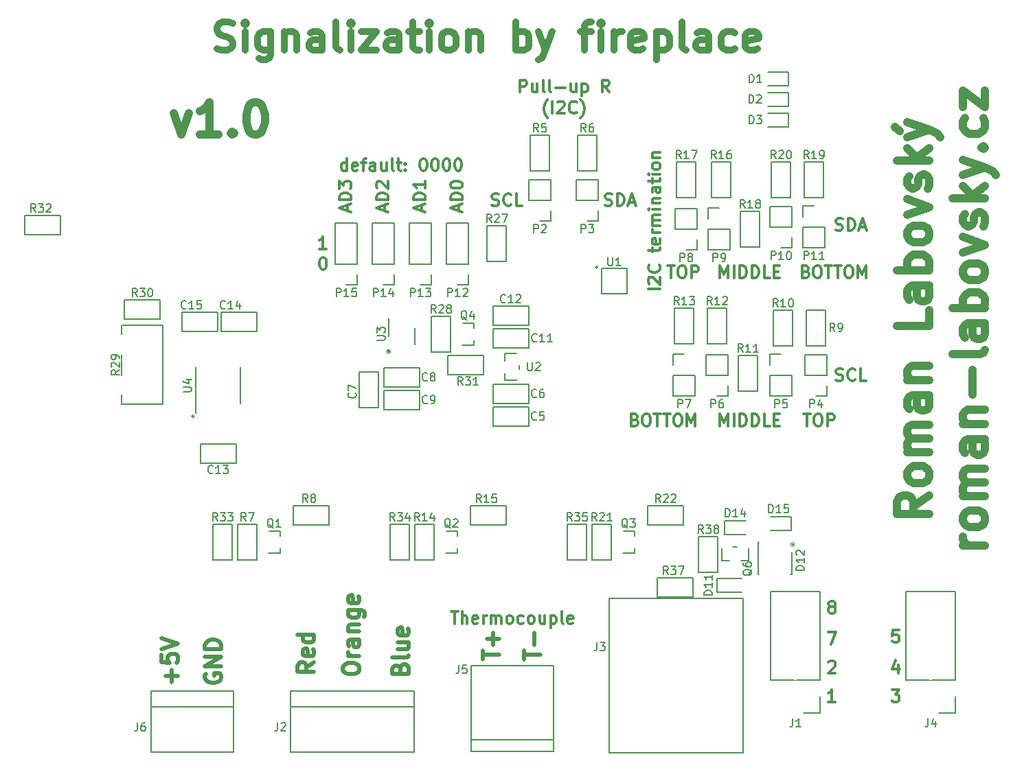
<source format=gto>
G04 #@! TF.GenerationSoftware,KiCad,Pcbnew,(5.1.6)-1*
G04 #@! TF.CreationDate,2022-03-27T18:43:43+02:00*
G04 #@! TF.ProjectId,signalization_by_fireplace,7369676e-616c-4697-9a61-74696f6e5f62,rev?*
G04 #@! TF.SameCoordinates,Original*
G04 #@! TF.FileFunction,Legend,Top*
G04 #@! TF.FilePolarity,Positive*
%FSLAX46Y46*%
G04 Gerber Fmt 4.6, Leading zero omitted, Abs format (unit mm)*
G04 Created by KiCad (PCBNEW (5.1.6)-1) date 2022-03-27 18:43:43*
%MOMM*%
%LPD*%
G01*
G04 APERTURE LIST*
%ADD10C,0.375000*%
%ADD11C,0.500000*%
%ADD12C,0.875000*%
%ADD13C,1.000000*%
%ADD14C,0.160000*%
%ADD15C,0.120000*%
%ADD16C,0.150000*%
%ADD17O,2.200000X2.200000*%
%ADD18R,2.200000X2.200000*%
%ADD19R,0.900000X0.900000*%
%ADD20C,1.100000*%
%ADD21C,2.100000*%
%ADD22R,0.600000X2.100000*%
%ADD23R,5.100000X3.500000*%
%ADD24R,1.600000X0.450000*%
%ADD25R,1.000000X1.000000*%
%ADD26R,0.450000X1.300000*%
%ADD27R,2.400000X2.700000*%
%ADD28C,0.100000*%
%ADD29R,1.100000X1.100000*%
%ADD30R,1.000000X0.900000*%
%ADD31C,5.100000*%
%ADD32C,6.100000*%
%ADD33O,3.200000X3.200000*%
%ADD34R,3.200000X3.200000*%
%ADD35R,1.400000X1.100000*%
%ADD36C,3.600000*%
%ADD37R,3.600000X3.600000*%
%ADD38C,1.600000*%
%ADD39C,3.400000*%
%ADD40R,2.100000X2.100000*%
%ADD41R,0.900000X2.300000*%
G04 APERTURE END LIST*
D10*
X185500214Y-89070571D02*
X185500214Y-87570571D01*
X185500214Y-88999142D02*
X185357357Y-89070571D01*
X185071642Y-89070571D01*
X184928785Y-88999142D01*
X184857357Y-88927714D01*
X184785928Y-88784857D01*
X184785928Y-88356285D01*
X184857357Y-88213428D01*
X184928785Y-88142000D01*
X185071642Y-88070571D01*
X185357357Y-88070571D01*
X185500214Y-88142000D01*
X186785928Y-88999142D02*
X186643071Y-89070571D01*
X186357357Y-89070571D01*
X186214500Y-88999142D01*
X186143071Y-88856285D01*
X186143071Y-88284857D01*
X186214500Y-88142000D01*
X186357357Y-88070571D01*
X186643071Y-88070571D01*
X186785928Y-88142000D01*
X186857357Y-88284857D01*
X186857357Y-88427714D01*
X186143071Y-88570571D01*
X187285928Y-88070571D02*
X187857357Y-88070571D01*
X187500214Y-89070571D02*
X187500214Y-87784857D01*
X187571642Y-87642000D01*
X187714500Y-87570571D01*
X187857357Y-87570571D01*
X189000214Y-89070571D02*
X189000214Y-88284857D01*
X188928785Y-88142000D01*
X188785928Y-88070571D01*
X188500214Y-88070571D01*
X188357357Y-88142000D01*
X189000214Y-88999142D02*
X188857357Y-89070571D01*
X188500214Y-89070571D01*
X188357357Y-88999142D01*
X188285928Y-88856285D01*
X188285928Y-88713428D01*
X188357357Y-88570571D01*
X188500214Y-88499142D01*
X188857357Y-88499142D01*
X189000214Y-88427714D01*
X190357357Y-88070571D02*
X190357357Y-89070571D01*
X189714500Y-88070571D02*
X189714500Y-88856285D01*
X189785928Y-88999142D01*
X189928785Y-89070571D01*
X190143071Y-89070571D01*
X190285928Y-88999142D01*
X190357357Y-88927714D01*
X191285928Y-89070571D02*
X191143071Y-88999142D01*
X191071642Y-88856285D01*
X191071642Y-87570571D01*
X191643071Y-88070571D02*
X192214500Y-88070571D01*
X191857357Y-87570571D02*
X191857357Y-88856285D01*
X191928785Y-88999142D01*
X192071642Y-89070571D01*
X192214500Y-89070571D01*
X192714500Y-88927714D02*
X192785928Y-88999142D01*
X192714500Y-89070571D01*
X192643071Y-88999142D01*
X192714500Y-88927714D01*
X192714500Y-89070571D01*
X192714500Y-88142000D02*
X192785928Y-88213428D01*
X192714500Y-88284857D01*
X192643071Y-88213428D01*
X192714500Y-88142000D01*
X192714500Y-88284857D01*
X194857357Y-87570571D02*
X195000214Y-87570571D01*
X195143071Y-87642000D01*
X195214500Y-87713428D01*
X195285928Y-87856285D01*
X195357357Y-88142000D01*
X195357357Y-88499142D01*
X195285928Y-88784857D01*
X195214500Y-88927714D01*
X195143071Y-88999142D01*
X195000214Y-89070571D01*
X194857357Y-89070571D01*
X194714500Y-88999142D01*
X194643071Y-88927714D01*
X194571642Y-88784857D01*
X194500214Y-88499142D01*
X194500214Y-88142000D01*
X194571642Y-87856285D01*
X194643071Y-87713428D01*
X194714500Y-87642000D01*
X194857357Y-87570571D01*
X196285928Y-87570571D02*
X196428785Y-87570571D01*
X196571642Y-87642000D01*
X196643071Y-87713428D01*
X196714500Y-87856285D01*
X196785928Y-88142000D01*
X196785928Y-88499142D01*
X196714500Y-88784857D01*
X196643071Y-88927714D01*
X196571642Y-88999142D01*
X196428785Y-89070571D01*
X196285928Y-89070571D01*
X196143071Y-88999142D01*
X196071642Y-88927714D01*
X196000214Y-88784857D01*
X195928785Y-88499142D01*
X195928785Y-88142000D01*
X196000214Y-87856285D01*
X196071642Y-87713428D01*
X196143071Y-87642000D01*
X196285928Y-87570571D01*
X197714500Y-87570571D02*
X197857357Y-87570571D01*
X198000214Y-87642000D01*
X198071642Y-87713428D01*
X198143071Y-87856285D01*
X198214500Y-88142000D01*
X198214500Y-88499142D01*
X198143071Y-88784857D01*
X198071642Y-88927714D01*
X198000214Y-88999142D01*
X197857357Y-89070571D01*
X197714500Y-89070571D01*
X197571642Y-88999142D01*
X197500214Y-88927714D01*
X197428785Y-88784857D01*
X197357357Y-88499142D01*
X197357357Y-88142000D01*
X197428785Y-87856285D01*
X197500214Y-87713428D01*
X197571642Y-87642000D01*
X197714500Y-87570571D01*
X199143071Y-87570571D02*
X199285928Y-87570571D01*
X199428785Y-87642000D01*
X199500214Y-87713428D01*
X199571642Y-87856285D01*
X199643071Y-88142000D01*
X199643071Y-88499142D01*
X199571642Y-88784857D01*
X199500214Y-88927714D01*
X199428785Y-88999142D01*
X199285928Y-89070571D01*
X199143071Y-89070571D01*
X199000214Y-88999142D01*
X198928785Y-88927714D01*
X198857357Y-88784857D01*
X198785928Y-88499142D01*
X198785928Y-88142000D01*
X198857357Y-87856285D01*
X198928785Y-87713428D01*
X199000214Y-87642000D01*
X199143071Y-87570571D01*
X182491071Y-99762571D02*
X182633928Y-99762571D01*
X182776785Y-99834000D01*
X182848214Y-99905428D01*
X182919642Y-100048285D01*
X182991071Y-100334000D01*
X182991071Y-100691142D01*
X182919642Y-100976857D01*
X182848214Y-101119714D01*
X182776785Y-101191142D01*
X182633928Y-101262571D01*
X182491071Y-101262571D01*
X182348214Y-101191142D01*
X182276785Y-101119714D01*
X182205357Y-100976857D01*
X182133928Y-100691142D01*
X182133928Y-100334000D01*
X182205357Y-100048285D01*
X182276785Y-99905428D01*
X182348214Y-99834000D01*
X182491071Y-99762571D01*
X182991071Y-98722571D02*
X182133928Y-98722571D01*
X182562500Y-98722571D02*
X182562500Y-97222571D01*
X182419642Y-97436857D01*
X182276785Y-97579714D01*
X182133928Y-97651142D01*
X224135071Y-103678571D02*
X222635071Y-103678571D01*
X222777928Y-103035714D02*
X222706500Y-102964285D01*
X222635071Y-102821428D01*
X222635071Y-102464285D01*
X222706500Y-102321428D01*
X222777928Y-102250000D01*
X222920785Y-102178571D01*
X223063642Y-102178571D01*
X223277928Y-102250000D01*
X224135071Y-103107142D01*
X224135071Y-102178571D01*
X223992214Y-100678571D02*
X224063642Y-100750000D01*
X224135071Y-100964285D01*
X224135071Y-101107142D01*
X224063642Y-101321428D01*
X223920785Y-101464285D01*
X223777928Y-101535714D01*
X223492214Y-101607142D01*
X223277928Y-101607142D01*
X222992214Y-101535714D01*
X222849357Y-101464285D01*
X222706500Y-101321428D01*
X222635071Y-101107142D01*
X222635071Y-100964285D01*
X222706500Y-100750000D01*
X222777928Y-100678571D01*
X223135071Y-99107142D02*
X223135071Y-98535714D01*
X222635071Y-98892857D02*
X223920785Y-98892857D01*
X224063642Y-98821428D01*
X224135071Y-98678571D01*
X224135071Y-98535714D01*
X224063642Y-97464285D02*
X224135071Y-97607142D01*
X224135071Y-97892857D01*
X224063642Y-98035714D01*
X223920785Y-98107142D01*
X223349357Y-98107142D01*
X223206500Y-98035714D01*
X223135071Y-97892857D01*
X223135071Y-97607142D01*
X223206500Y-97464285D01*
X223349357Y-97392857D01*
X223492214Y-97392857D01*
X223635071Y-98107142D01*
X224135071Y-96750000D02*
X223135071Y-96750000D01*
X223420785Y-96750000D02*
X223277928Y-96678571D01*
X223206500Y-96607142D01*
X223135071Y-96464285D01*
X223135071Y-96321428D01*
X224135071Y-95821428D02*
X223135071Y-95821428D01*
X223277928Y-95821428D02*
X223206500Y-95750000D01*
X223135071Y-95607142D01*
X223135071Y-95392857D01*
X223206500Y-95250000D01*
X223349357Y-95178571D01*
X224135071Y-95178571D01*
X223349357Y-95178571D02*
X223206500Y-95107142D01*
X223135071Y-94964285D01*
X223135071Y-94750000D01*
X223206500Y-94607142D01*
X223349357Y-94535714D01*
X224135071Y-94535714D01*
X224135071Y-93821428D02*
X223135071Y-93821428D01*
X222635071Y-93821428D02*
X222706500Y-93892857D01*
X222777928Y-93821428D01*
X222706500Y-93750000D01*
X222635071Y-93821428D01*
X222777928Y-93821428D01*
X223135071Y-93107142D02*
X224135071Y-93107142D01*
X223277928Y-93107142D02*
X223206500Y-93035714D01*
X223135071Y-92892857D01*
X223135071Y-92678571D01*
X223206500Y-92535714D01*
X223349357Y-92464285D01*
X224135071Y-92464285D01*
X224135071Y-91107142D02*
X223349357Y-91107142D01*
X223206500Y-91178571D01*
X223135071Y-91321428D01*
X223135071Y-91607142D01*
X223206500Y-91750000D01*
X224063642Y-91107142D02*
X224135071Y-91250000D01*
X224135071Y-91607142D01*
X224063642Y-91750000D01*
X223920785Y-91821428D01*
X223777928Y-91821428D01*
X223635071Y-91750000D01*
X223563642Y-91607142D01*
X223563642Y-91250000D01*
X223492214Y-91107142D01*
X223135071Y-90607142D02*
X223135071Y-90035714D01*
X222635071Y-90392857D02*
X223920785Y-90392857D01*
X224063642Y-90321428D01*
X224135071Y-90178571D01*
X224135071Y-90035714D01*
X224135071Y-89535714D02*
X223135071Y-89535714D01*
X222635071Y-89535714D02*
X222706500Y-89607142D01*
X222777928Y-89535714D01*
X222706500Y-89464285D01*
X222635071Y-89535714D01*
X222777928Y-89535714D01*
X224135071Y-88607142D02*
X224063642Y-88750000D01*
X223992214Y-88821428D01*
X223849357Y-88892857D01*
X223420785Y-88892857D01*
X223277928Y-88821428D01*
X223206500Y-88750000D01*
X223135071Y-88607142D01*
X223135071Y-88392857D01*
X223206500Y-88250000D01*
X223277928Y-88178571D01*
X223420785Y-88107142D01*
X223849357Y-88107142D01*
X223992214Y-88178571D01*
X224063642Y-88250000D01*
X224135071Y-88392857D01*
X224135071Y-88607142D01*
X223135071Y-87464285D02*
X224135071Y-87464285D01*
X223277928Y-87464285D02*
X223206500Y-87392857D01*
X223135071Y-87250000D01*
X223135071Y-87035714D01*
X223206500Y-86892857D01*
X223349357Y-86821428D01*
X224135071Y-86821428D01*
X253531642Y-145736571D02*
X252817357Y-145736571D01*
X252745928Y-146450857D01*
X252817357Y-146379428D01*
X252960214Y-146308000D01*
X253317357Y-146308000D01*
X253460214Y-146379428D01*
X253531642Y-146450857D01*
X253603071Y-146593714D01*
X253603071Y-146950857D01*
X253531642Y-147093714D01*
X253460214Y-147165142D01*
X253317357Y-147236571D01*
X252960214Y-147236571D01*
X252817357Y-147165142D01*
X252745928Y-147093714D01*
X253460214Y-150046571D02*
X253460214Y-151046571D01*
X253103071Y-149475142D02*
X252745928Y-150546571D01*
X253674500Y-150546571D01*
X252674500Y-153102571D02*
X253603071Y-153102571D01*
X253103071Y-153674000D01*
X253317357Y-153674000D01*
X253460214Y-153745428D01*
X253531642Y-153816857D01*
X253603071Y-153959714D01*
X253603071Y-154316857D01*
X253531642Y-154459714D01*
X253460214Y-154531142D01*
X253317357Y-154602571D01*
X252888785Y-154602571D01*
X252745928Y-154531142D01*
X252674500Y-154459714D01*
X245157642Y-142823428D02*
X245014785Y-142752000D01*
X244943357Y-142680571D01*
X244871928Y-142537714D01*
X244871928Y-142466285D01*
X244943357Y-142323428D01*
X245014785Y-142252000D01*
X245157642Y-142180571D01*
X245443357Y-142180571D01*
X245586214Y-142252000D01*
X245657642Y-142323428D01*
X245729071Y-142466285D01*
X245729071Y-142537714D01*
X245657642Y-142680571D01*
X245586214Y-142752000D01*
X245443357Y-142823428D01*
X245157642Y-142823428D01*
X245014785Y-142894857D01*
X244943357Y-142966285D01*
X244871928Y-143109142D01*
X244871928Y-143394857D01*
X244943357Y-143537714D01*
X245014785Y-143609142D01*
X245157642Y-143680571D01*
X245443357Y-143680571D01*
X245586214Y-143609142D01*
X245657642Y-143537714D01*
X245729071Y-143394857D01*
X245729071Y-143109142D01*
X245657642Y-142966285D01*
X245586214Y-142894857D01*
X245443357Y-142823428D01*
X244800500Y-145990571D02*
X245800500Y-145990571D01*
X245157642Y-147490571D01*
X244871928Y-149689428D02*
X244943357Y-149618000D01*
X245086214Y-149546571D01*
X245443357Y-149546571D01*
X245586214Y-149618000D01*
X245657642Y-149689428D01*
X245729071Y-149832285D01*
X245729071Y-149975142D01*
X245657642Y-150189428D01*
X244800500Y-151046571D01*
X245729071Y-151046571D01*
X245729071Y-154602571D02*
X244871928Y-154602571D01*
X245300500Y-154602571D02*
X245300500Y-153102571D01*
X245157642Y-153316857D01*
X245014785Y-153459714D01*
X244871928Y-153531142D01*
X231497642Y-102278571D02*
X231497642Y-100778571D01*
X231997642Y-101850000D01*
X232497642Y-100778571D01*
X232497642Y-102278571D01*
X233211928Y-102278571D02*
X233211928Y-100778571D01*
X233926214Y-102278571D02*
X233926214Y-100778571D01*
X234283357Y-100778571D01*
X234497642Y-100850000D01*
X234640500Y-100992857D01*
X234711928Y-101135714D01*
X234783357Y-101421428D01*
X234783357Y-101635714D01*
X234711928Y-101921428D01*
X234640500Y-102064285D01*
X234497642Y-102207142D01*
X234283357Y-102278571D01*
X233926214Y-102278571D01*
X235426214Y-102278571D02*
X235426214Y-100778571D01*
X235783357Y-100778571D01*
X235997642Y-100850000D01*
X236140500Y-100992857D01*
X236211928Y-101135714D01*
X236283357Y-101421428D01*
X236283357Y-101635714D01*
X236211928Y-101921428D01*
X236140500Y-102064285D01*
X235997642Y-102207142D01*
X235783357Y-102278571D01*
X235426214Y-102278571D01*
X237640500Y-102278571D02*
X236926214Y-102278571D01*
X236926214Y-100778571D01*
X238140500Y-101492857D02*
X238640500Y-101492857D01*
X238854785Y-102278571D02*
X238140500Y-102278571D01*
X238140500Y-100778571D01*
X238854785Y-100778571D01*
X231497642Y-120566571D02*
X231497642Y-119066571D01*
X231997642Y-120138000D01*
X232497642Y-119066571D01*
X232497642Y-120566571D01*
X233211928Y-120566571D02*
X233211928Y-119066571D01*
X233926214Y-120566571D02*
X233926214Y-119066571D01*
X234283357Y-119066571D01*
X234497642Y-119138000D01*
X234640500Y-119280857D01*
X234711928Y-119423714D01*
X234783357Y-119709428D01*
X234783357Y-119923714D01*
X234711928Y-120209428D01*
X234640500Y-120352285D01*
X234497642Y-120495142D01*
X234283357Y-120566571D01*
X233926214Y-120566571D01*
X235426214Y-120566571D02*
X235426214Y-119066571D01*
X235783357Y-119066571D01*
X235997642Y-119138000D01*
X236140500Y-119280857D01*
X236211928Y-119423714D01*
X236283357Y-119709428D01*
X236283357Y-119923714D01*
X236211928Y-120209428D01*
X236140500Y-120352285D01*
X235997642Y-120495142D01*
X235783357Y-120566571D01*
X235426214Y-120566571D01*
X237640500Y-120566571D02*
X236926214Y-120566571D01*
X236926214Y-119066571D01*
X238140500Y-119780857D02*
X238640500Y-119780857D01*
X238854785Y-120566571D02*
X238140500Y-120566571D01*
X238140500Y-119066571D01*
X238854785Y-119066571D01*
X221008214Y-119780857D02*
X221222500Y-119852285D01*
X221293928Y-119923714D01*
X221365357Y-120066571D01*
X221365357Y-120280857D01*
X221293928Y-120423714D01*
X221222500Y-120495142D01*
X221079642Y-120566571D01*
X220508214Y-120566571D01*
X220508214Y-119066571D01*
X221008214Y-119066571D01*
X221151071Y-119138000D01*
X221222500Y-119209428D01*
X221293928Y-119352285D01*
X221293928Y-119495142D01*
X221222500Y-119638000D01*
X221151071Y-119709428D01*
X221008214Y-119780857D01*
X220508214Y-119780857D01*
X222293928Y-119066571D02*
X222579642Y-119066571D01*
X222722500Y-119138000D01*
X222865357Y-119280857D01*
X222936785Y-119566571D01*
X222936785Y-120066571D01*
X222865357Y-120352285D01*
X222722500Y-120495142D01*
X222579642Y-120566571D01*
X222293928Y-120566571D01*
X222151071Y-120495142D01*
X222008214Y-120352285D01*
X221936785Y-120066571D01*
X221936785Y-119566571D01*
X222008214Y-119280857D01*
X222151071Y-119138000D01*
X222293928Y-119066571D01*
X223365357Y-119066571D02*
X224222500Y-119066571D01*
X223793928Y-120566571D02*
X223793928Y-119066571D01*
X224508214Y-119066571D02*
X225365357Y-119066571D01*
X224936785Y-120566571D02*
X224936785Y-119066571D01*
X226151071Y-119066571D02*
X226436785Y-119066571D01*
X226579642Y-119138000D01*
X226722500Y-119280857D01*
X226793928Y-119566571D01*
X226793928Y-120066571D01*
X226722500Y-120352285D01*
X226579642Y-120495142D01*
X226436785Y-120566571D01*
X226151071Y-120566571D01*
X226008214Y-120495142D01*
X225865357Y-120352285D01*
X225793928Y-120066571D01*
X225793928Y-119566571D01*
X225865357Y-119280857D01*
X226008214Y-119138000D01*
X226151071Y-119066571D01*
X227436785Y-120566571D02*
X227436785Y-119066571D01*
X227936785Y-120138000D01*
X228436785Y-119066571D01*
X228436785Y-120566571D01*
X241812214Y-119066571D02*
X242669357Y-119066571D01*
X242240785Y-120566571D02*
X242240785Y-119066571D01*
X243455071Y-119066571D02*
X243740785Y-119066571D01*
X243883642Y-119138000D01*
X244026500Y-119280857D01*
X244097928Y-119566571D01*
X244097928Y-120066571D01*
X244026500Y-120352285D01*
X243883642Y-120495142D01*
X243740785Y-120566571D01*
X243455071Y-120566571D01*
X243312214Y-120495142D01*
X243169357Y-120352285D01*
X243097928Y-120066571D01*
X243097928Y-119566571D01*
X243169357Y-119280857D01*
X243312214Y-119138000D01*
X243455071Y-119066571D01*
X244740785Y-120566571D02*
X244740785Y-119066571D01*
X245312214Y-119066571D01*
X245455071Y-119138000D01*
X245526500Y-119209428D01*
X245597928Y-119352285D01*
X245597928Y-119566571D01*
X245526500Y-119709428D01*
X245455071Y-119780857D01*
X245312214Y-119852285D01*
X244740785Y-119852285D01*
X242090214Y-101492857D02*
X242304500Y-101564285D01*
X242375928Y-101635714D01*
X242447357Y-101778571D01*
X242447357Y-101992857D01*
X242375928Y-102135714D01*
X242304500Y-102207142D01*
X242161642Y-102278571D01*
X241590214Y-102278571D01*
X241590214Y-100778571D01*
X242090214Y-100778571D01*
X242233071Y-100850000D01*
X242304500Y-100921428D01*
X242375928Y-101064285D01*
X242375928Y-101207142D01*
X242304500Y-101350000D01*
X242233071Y-101421428D01*
X242090214Y-101492857D01*
X241590214Y-101492857D01*
X243375928Y-100778571D02*
X243661642Y-100778571D01*
X243804500Y-100850000D01*
X243947357Y-100992857D01*
X244018785Y-101278571D01*
X244018785Y-101778571D01*
X243947357Y-102064285D01*
X243804500Y-102207142D01*
X243661642Y-102278571D01*
X243375928Y-102278571D01*
X243233071Y-102207142D01*
X243090214Y-102064285D01*
X243018785Y-101778571D01*
X243018785Y-101278571D01*
X243090214Y-100992857D01*
X243233071Y-100850000D01*
X243375928Y-100778571D01*
X244447357Y-100778571D02*
X245304500Y-100778571D01*
X244875928Y-102278571D02*
X244875928Y-100778571D01*
X245590214Y-100778571D02*
X246447357Y-100778571D01*
X246018785Y-102278571D02*
X246018785Y-100778571D01*
X247233071Y-100778571D02*
X247518785Y-100778571D01*
X247661642Y-100850000D01*
X247804500Y-100992857D01*
X247875928Y-101278571D01*
X247875928Y-101778571D01*
X247804500Y-102064285D01*
X247661642Y-102207142D01*
X247518785Y-102278571D01*
X247233071Y-102278571D01*
X247090214Y-102207142D01*
X246947357Y-102064285D01*
X246875928Y-101778571D01*
X246875928Y-101278571D01*
X246947357Y-100992857D01*
X247090214Y-100850000D01*
X247233071Y-100778571D01*
X248518785Y-102278571D02*
X248518785Y-100778571D01*
X249018785Y-101850000D01*
X249518785Y-100778571D01*
X249518785Y-102278571D01*
X225048214Y-100778571D02*
X225905357Y-100778571D01*
X225476785Y-102278571D02*
X225476785Y-100778571D01*
X226691071Y-100778571D02*
X226976785Y-100778571D01*
X227119642Y-100850000D01*
X227262500Y-100992857D01*
X227333928Y-101278571D01*
X227333928Y-101778571D01*
X227262500Y-102064285D01*
X227119642Y-102207142D01*
X226976785Y-102278571D01*
X226691071Y-102278571D01*
X226548214Y-102207142D01*
X226405357Y-102064285D01*
X226333928Y-101778571D01*
X226333928Y-101278571D01*
X226405357Y-100992857D01*
X226548214Y-100850000D01*
X226691071Y-100778571D01*
X227976785Y-102278571D02*
X227976785Y-100778571D01*
X228548214Y-100778571D01*
X228691071Y-100850000D01*
X228762500Y-100921428D01*
X228833928Y-101064285D01*
X228833928Y-101278571D01*
X228762500Y-101421428D01*
X228691071Y-101492857D01*
X228548214Y-101564285D01*
X227976785Y-101564285D01*
X245800785Y-114907142D02*
X246015071Y-114978571D01*
X246372214Y-114978571D01*
X246515071Y-114907142D01*
X246586500Y-114835714D01*
X246657928Y-114692857D01*
X246657928Y-114550000D01*
X246586500Y-114407142D01*
X246515071Y-114335714D01*
X246372214Y-114264285D01*
X246086500Y-114192857D01*
X245943642Y-114121428D01*
X245872214Y-114050000D01*
X245800785Y-113907142D01*
X245800785Y-113764285D01*
X245872214Y-113621428D01*
X245943642Y-113550000D01*
X246086500Y-113478571D01*
X246443642Y-113478571D01*
X246657928Y-113550000D01*
X248157928Y-114835714D02*
X248086500Y-114907142D01*
X247872214Y-114978571D01*
X247729357Y-114978571D01*
X247515071Y-114907142D01*
X247372214Y-114764285D01*
X247300785Y-114621428D01*
X247229357Y-114335714D01*
X247229357Y-114121428D01*
X247300785Y-113835714D01*
X247372214Y-113692857D01*
X247515071Y-113550000D01*
X247729357Y-113478571D01*
X247872214Y-113478571D01*
X248086500Y-113550000D01*
X248157928Y-113621428D01*
X249515071Y-114978571D02*
X248800785Y-114978571D01*
X248800785Y-113478571D01*
X245765071Y-96365142D02*
X245979357Y-96436571D01*
X246336500Y-96436571D01*
X246479357Y-96365142D01*
X246550785Y-96293714D01*
X246622214Y-96150857D01*
X246622214Y-96008000D01*
X246550785Y-95865142D01*
X246479357Y-95793714D01*
X246336500Y-95722285D01*
X246050785Y-95650857D01*
X245907928Y-95579428D01*
X245836500Y-95508000D01*
X245765071Y-95365142D01*
X245765071Y-95222285D01*
X245836500Y-95079428D01*
X245907928Y-95008000D01*
X246050785Y-94936571D01*
X246407928Y-94936571D01*
X246622214Y-95008000D01*
X247265071Y-96436571D02*
X247265071Y-94936571D01*
X247622214Y-94936571D01*
X247836500Y-95008000D01*
X247979357Y-95150857D01*
X248050785Y-95293714D01*
X248122214Y-95579428D01*
X248122214Y-95793714D01*
X248050785Y-96079428D01*
X247979357Y-96222285D01*
X247836500Y-96365142D01*
X247622214Y-96436571D01*
X247265071Y-96436571D01*
X248693642Y-96008000D02*
X249407928Y-96008000D01*
X248550785Y-96436571D02*
X249050785Y-94936571D01*
X249550785Y-96436571D01*
X217317071Y-93317142D02*
X217531357Y-93388571D01*
X217888500Y-93388571D01*
X218031357Y-93317142D01*
X218102785Y-93245714D01*
X218174214Y-93102857D01*
X218174214Y-92960000D01*
X218102785Y-92817142D01*
X218031357Y-92745714D01*
X217888500Y-92674285D01*
X217602785Y-92602857D01*
X217459928Y-92531428D01*
X217388500Y-92460000D01*
X217317071Y-92317142D01*
X217317071Y-92174285D01*
X217388500Y-92031428D01*
X217459928Y-91960000D01*
X217602785Y-91888571D01*
X217959928Y-91888571D01*
X218174214Y-91960000D01*
X218817071Y-93388571D02*
X218817071Y-91888571D01*
X219174214Y-91888571D01*
X219388500Y-91960000D01*
X219531357Y-92102857D01*
X219602785Y-92245714D01*
X219674214Y-92531428D01*
X219674214Y-92745714D01*
X219602785Y-93031428D01*
X219531357Y-93174285D01*
X219388500Y-93317142D01*
X219174214Y-93388571D01*
X218817071Y-93388571D01*
X220245642Y-92960000D02*
X220959928Y-92960000D01*
X220102785Y-93388571D02*
X220602785Y-91888571D01*
X221102785Y-93388571D01*
X203382785Y-93317142D02*
X203597071Y-93388571D01*
X203954214Y-93388571D01*
X204097071Y-93317142D01*
X204168500Y-93245714D01*
X204239928Y-93102857D01*
X204239928Y-92960000D01*
X204168500Y-92817142D01*
X204097071Y-92745714D01*
X203954214Y-92674285D01*
X203668500Y-92602857D01*
X203525642Y-92531428D01*
X203454214Y-92460000D01*
X203382785Y-92317142D01*
X203382785Y-92174285D01*
X203454214Y-92031428D01*
X203525642Y-91960000D01*
X203668500Y-91888571D01*
X204025642Y-91888571D01*
X204239928Y-91960000D01*
X205739928Y-93245714D02*
X205668500Y-93317142D01*
X205454214Y-93388571D01*
X205311357Y-93388571D01*
X205097071Y-93317142D01*
X204954214Y-93174285D01*
X204882785Y-93031428D01*
X204811357Y-92745714D01*
X204811357Y-92531428D01*
X204882785Y-92245714D01*
X204954214Y-92102857D01*
X205097071Y-91960000D01*
X205311357Y-91888571D01*
X205454214Y-91888571D01*
X205668500Y-91960000D01*
X205739928Y-92031428D01*
X207097071Y-93388571D02*
X206382785Y-93388571D01*
X206382785Y-91888571D01*
X206816214Y-79376071D02*
X206816214Y-77876071D01*
X207387642Y-77876071D01*
X207530500Y-77947500D01*
X207601928Y-78018928D01*
X207673357Y-78161785D01*
X207673357Y-78376071D01*
X207601928Y-78518928D01*
X207530500Y-78590357D01*
X207387642Y-78661785D01*
X206816214Y-78661785D01*
X208959071Y-78376071D02*
X208959071Y-79376071D01*
X208316214Y-78376071D02*
X208316214Y-79161785D01*
X208387642Y-79304642D01*
X208530500Y-79376071D01*
X208744785Y-79376071D01*
X208887642Y-79304642D01*
X208959071Y-79233214D01*
X209887642Y-79376071D02*
X209744785Y-79304642D01*
X209673357Y-79161785D01*
X209673357Y-77876071D01*
X210673357Y-79376071D02*
X210530500Y-79304642D01*
X210459071Y-79161785D01*
X210459071Y-77876071D01*
X211244785Y-78804642D02*
X212387642Y-78804642D01*
X213744785Y-78376071D02*
X213744785Y-79376071D01*
X213101928Y-78376071D02*
X213101928Y-79161785D01*
X213173357Y-79304642D01*
X213316214Y-79376071D01*
X213530500Y-79376071D01*
X213673357Y-79304642D01*
X213744785Y-79233214D01*
X214459071Y-78376071D02*
X214459071Y-79876071D01*
X214459071Y-78447500D02*
X214601928Y-78376071D01*
X214887642Y-78376071D01*
X215030500Y-78447500D01*
X215101928Y-78518928D01*
X215173357Y-78661785D01*
X215173357Y-79090357D01*
X215101928Y-79233214D01*
X215030500Y-79304642D01*
X214887642Y-79376071D01*
X214601928Y-79376071D01*
X214459071Y-79304642D01*
X217816214Y-79376071D02*
X217316214Y-78661785D01*
X216959071Y-79376071D02*
X216959071Y-77876071D01*
X217530500Y-77876071D01*
X217673357Y-77947500D01*
X217744785Y-78018928D01*
X217816214Y-78161785D01*
X217816214Y-78376071D01*
X217744785Y-78518928D01*
X217673357Y-78590357D01*
X217530500Y-78661785D01*
X216959071Y-78661785D01*
X210244785Y-82572500D02*
X210173357Y-82501071D01*
X210030500Y-82286785D01*
X209959071Y-82143928D01*
X209887642Y-81929642D01*
X209816214Y-81572500D01*
X209816214Y-81286785D01*
X209887642Y-80929642D01*
X209959071Y-80715357D01*
X210030500Y-80572500D01*
X210173357Y-80358214D01*
X210244785Y-80286785D01*
X210816214Y-82001071D02*
X210816214Y-80501071D01*
X211459071Y-80643928D02*
X211530500Y-80572500D01*
X211673357Y-80501071D01*
X212030500Y-80501071D01*
X212173357Y-80572500D01*
X212244785Y-80643928D01*
X212316214Y-80786785D01*
X212316214Y-80929642D01*
X212244785Y-81143928D01*
X211387642Y-82001071D01*
X212316214Y-82001071D01*
X213816214Y-81858214D02*
X213744785Y-81929642D01*
X213530500Y-82001071D01*
X213387642Y-82001071D01*
X213173357Y-81929642D01*
X213030500Y-81786785D01*
X212959071Y-81643928D01*
X212887642Y-81358214D01*
X212887642Y-81143928D01*
X212959071Y-80858214D01*
X213030500Y-80715357D01*
X213173357Y-80572500D01*
X213387642Y-80501071D01*
X213530500Y-80501071D01*
X213744785Y-80572500D01*
X213816214Y-80643928D01*
X214316214Y-82572500D02*
X214387642Y-82501071D01*
X214530500Y-82286785D01*
X214601928Y-82143928D01*
X214673357Y-81929642D01*
X214744785Y-81572500D01*
X214744785Y-81286785D01*
X214673357Y-80929642D01*
X214601928Y-80715357D01*
X214530500Y-80572500D01*
X214387642Y-80358214D01*
X214316214Y-80286785D01*
X198323357Y-143450571D02*
X199180500Y-143450571D01*
X198751928Y-144950571D02*
X198751928Y-143450571D01*
X199680500Y-144950571D02*
X199680500Y-143450571D01*
X200323357Y-144950571D02*
X200323357Y-144164857D01*
X200251928Y-144022000D01*
X200109071Y-143950571D01*
X199894785Y-143950571D01*
X199751928Y-144022000D01*
X199680500Y-144093428D01*
X201609071Y-144879142D02*
X201466214Y-144950571D01*
X201180500Y-144950571D01*
X201037642Y-144879142D01*
X200966214Y-144736285D01*
X200966214Y-144164857D01*
X201037642Y-144022000D01*
X201180500Y-143950571D01*
X201466214Y-143950571D01*
X201609071Y-144022000D01*
X201680500Y-144164857D01*
X201680500Y-144307714D01*
X200966214Y-144450571D01*
X202323357Y-144950571D02*
X202323357Y-143950571D01*
X202323357Y-144236285D02*
X202394785Y-144093428D01*
X202466214Y-144022000D01*
X202609071Y-143950571D01*
X202751928Y-143950571D01*
X203251928Y-144950571D02*
X203251928Y-143950571D01*
X203251928Y-144093428D02*
X203323357Y-144022000D01*
X203466214Y-143950571D01*
X203680500Y-143950571D01*
X203823357Y-144022000D01*
X203894785Y-144164857D01*
X203894785Y-144950571D01*
X203894785Y-144164857D02*
X203966214Y-144022000D01*
X204109071Y-143950571D01*
X204323357Y-143950571D01*
X204466214Y-144022000D01*
X204537642Y-144164857D01*
X204537642Y-144950571D01*
X205466214Y-144950571D02*
X205323357Y-144879142D01*
X205251928Y-144807714D01*
X205180500Y-144664857D01*
X205180500Y-144236285D01*
X205251928Y-144093428D01*
X205323357Y-144022000D01*
X205466214Y-143950571D01*
X205680500Y-143950571D01*
X205823357Y-144022000D01*
X205894785Y-144093428D01*
X205966214Y-144236285D01*
X205966214Y-144664857D01*
X205894785Y-144807714D01*
X205823357Y-144879142D01*
X205680500Y-144950571D01*
X205466214Y-144950571D01*
X207251928Y-144879142D02*
X207109071Y-144950571D01*
X206823357Y-144950571D01*
X206680500Y-144879142D01*
X206609071Y-144807714D01*
X206537642Y-144664857D01*
X206537642Y-144236285D01*
X206609071Y-144093428D01*
X206680500Y-144022000D01*
X206823357Y-143950571D01*
X207109071Y-143950571D01*
X207251928Y-144022000D01*
X208109071Y-144950571D02*
X207966214Y-144879142D01*
X207894785Y-144807714D01*
X207823357Y-144664857D01*
X207823357Y-144236285D01*
X207894785Y-144093428D01*
X207966214Y-144022000D01*
X208109071Y-143950571D01*
X208323357Y-143950571D01*
X208466214Y-144022000D01*
X208537642Y-144093428D01*
X208609071Y-144236285D01*
X208609071Y-144664857D01*
X208537642Y-144807714D01*
X208466214Y-144879142D01*
X208323357Y-144950571D01*
X208109071Y-144950571D01*
X209894785Y-143950571D02*
X209894785Y-144950571D01*
X209251928Y-143950571D02*
X209251928Y-144736285D01*
X209323357Y-144879142D01*
X209466214Y-144950571D01*
X209680500Y-144950571D01*
X209823357Y-144879142D01*
X209894785Y-144807714D01*
X210609071Y-143950571D02*
X210609071Y-145450571D01*
X210609071Y-144022000D02*
X210751928Y-143950571D01*
X211037642Y-143950571D01*
X211180500Y-144022000D01*
X211251928Y-144093428D01*
X211323357Y-144236285D01*
X211323357Y-144664857D01*
X211251928Y-144807714D01*
X211180500Y-144879142D01*
X211037642Y-144950571D01*
X210751928Y-144950571D01*
X210609071Y-144879142D01*
X212180500Y-144950571D02*
X212037642Y-144879142D01*
X211966214Y-144736285D01*
X211966214Y-143450571D01*
X213323357Y-144879142D02*
X213180500Y-144950571D01*
X212894785Y-144950571D01*
X212751928Y-144879142D01*
X212680500Y-144736285D01*
X212680500Y-144164857D01*
X212751928Y-144022000D01*
X212894785Y-143950571D01*
X213180500Y-143950571D01*
X213323357Y-144022000D01*
X213394785Y-144164857D01*
X213394785Y-144307714D01*
X212680500Y-144450571D01*
X185606500Y-94023428D02*
X185606500Y-93309142D01*
X186035071Y-94166285D02*
X184535071Y-93666285D01*
X186035071Y-93166285D01*
X186035071Y-92666285D02*
X184535071Y-92666285D01*
X184535071Y-92309142D01*
X184606500Y-92094857D01*
X184749357Y-91952000D01*
X184892214Y-91880571D01*
X185177928Y-91809142D01*
X185392214Y-91809142D01*
X185677928Y-91880571D01*
X185820785Y-91952000D01*
X185963642Y-92094857D01*
X186035071Y-92309142D01*
X186035071Y-92666285D01*
X184535071Y-91309142D02*
X184535071Y-90380571D01*
X185106500Y-90880571D01*
X185106500Y-90666285D01*
X185177928Y-90523428D01*
X185249357Y-90452000D01*
X185392214Y-90380571D01*
X185749357Y-90380571D01*
X185892214Y-90452000D01*
X185963642Y-90523428D01*
X186035071Y-90666285D01*
X186035071Y-91094857D01*
X185963642Y-91237714D01*
X185892214Y-91309142D01*
X190178500Y-94023428D02*
X190178500Y-93309142D01*
X190607071Y-94166285D02*
X189107071Y-93666285D01*
X190607071Y-93166285D01*
X190607071Y-92666285D02*
X189107071Y-92666285D01*
X189107071Y-92309142D01*
X189178500Y-92094857D01*
X189321357Y-91952000D01*
X189464214Y-91880571D01*
X189749928Y-91809142D01*
X189964214Y-91809142D01*
X190249928Y-91880571D01*
X190392785Y-91952000D01*
X190535642Y-92094857D01*
X190607071Y-92309142D01*
X190607071Y-92666285D01*
X189249928Y-91237714D02*
X189178500Y-91166285D01*
X189107071Y-91023428D01*
X189107071Y-90666285D01*
X189178500Y-90523428D01*
X189249928Y-90452000D01*
X189392785Y-90380571D01*
X189535642Y-90380571D01*
X189749928Y-90452000D01*
X190607071Y-91309142D01*
X190607071Y-90380571D01*
X194750500Y-94023428D02*
X194750500Y-93309142D01*
X195179071Y-94166285D02*
X193679071Y-93666285D01*
X195179071Y-93166285D01*
X195179071Y-92666285D02*
X193679071Y-92666285D01*
X193679071Y-92309142D01*
X193750500Y-92094857D01*
X193893357Y-91952000D01*
X194036214Y-91880571D01*
X194321928Y-91809142D01*
X194536214Y-91809142D01*
X194821928Y-91880571D01*
X194964785Y-91952000D01*
X195107642Y-92094857D01*
X195179071Y-92309142D01*
X195179071Y-92666285D01*
X195179071Y-90380571D02*
X195179071Y-91237714D01*
X195179071Y-90809142D02*
X193679071Y-90809142D01*
X193893357Y-90952000D01*
X194036214Y-91094857D01*
X194107642Y-91237714D01*
X199322500Y-94023428D02*
X199322500Y-93309142D01*
X199751071Y-94166285D02*
X198251071Y-93666285D01*
X199751071Y-93166285D01*
X199751071Y-92666285D02*
X198251071Y-92666285D01*
X198251071Y-92309142D01*
X198322500Y-92094857D01*
X198465357Y-91952000D01*
X198608214Y-91880571D01*
X198893928Y-91809142D01*
X199108214Y-91809142D01*
X199393928Y-91880571D01*
X199536785Y-91952000D01*
X199679642Y-92094857D01*
X199751071Y-92309142D01*
X199751071Y-92666285D01*
X198251071Y-90880571D02*
X198251071Y-90737714D01*
X198322500Y-90594857D01*
X198393928Y-90523428D01*
X198536785Y-90452000D01*
X198822500Y-90380571D01*
X199179642Y-90380571D01*
X199465357Y-90452000D01*
X199608214Y-90523428D01*
X199679642Y-90594857D01*
X199751071Y-90737714D01*
X199751071Y-90880571D01*
X199679642Y-91023428D01*
X199608214Y-91094857D01*
X199465357Y-91166285D01*
X199179642Y-91237714D01*
X198822500Y-91237714D01*
X198536785Y-91166285D01*
X198393928Y-91094857D01*
X198322500Y-91023428D01*
X198251071Y-90880571D01*
D11*
X207375261Y-149383523D02*
X207375261Y-148240666D01*
X209375261Y-148812095D02*
X207375261Y-148812095D01*
X208613357Y-147574000D02*
X208613357Y-146050190D01*
X202295261Y-149383523D02*
X202295261Y-148240666D01*
X204295261Y-148812095D02*
X202295261Y-148812095D01*
X203533357Y-147574000D02*
X203533357Y-146050190D01*
X204295261Y-146812095D02*
X202771452Y-146812095D01*
X168100500Y-151129809D02*
X168005261Y-151320285D01*
X168005261Y-151606000D01*
X168100500Y-151891714D01*
X168290976Y-152082190D01*
X168481452Y-152177428D01*
X168862404Y-152272666D01*
X169148119Y-152272666D01*
X169529071Y-152177428D01*
X169719547Y-152082190D01*
X169910023Y-151891714D01*
X170005261Y-151606000D01*
X170005261Y-151415523D01*
X169910023Y-151129809D01*
X169814785Y-151034571D01*
X169148119Y-151034571D01*
X169148119Y-151415523D01*
X170005261Y-150177428D02*
X168005261Y-150177428D01*
X170005261Y-149034571D01*
X168005261Y-149034571D01*
X170005261Y-148082190D02*
X168005261Y-148082190D01*
X168005261Y-147606000D01*
X168100500Y-147320285D01*
X168290976Y-147129809D01*
X168481452Y-147034571D01*
X168862404Y-146939333D01*
X169148119Y-146939333D01*
X169529071Y-147034571D01*
X169719547Y-147129809D01*
X169910023Y-147320285D01*
X170005261Y-147606000D01*
X170005261Y-148082190D01*
X163909357Y-152177428D02*
X163909357Y-150653619D01*
X164671261Y-151415523D02*
X163147452Y-151415523D01*
X162671261Y-148748857D02*
X162671261Y-149701238D01*
X163623642Y-149796476D01*
X163528404Y-149701238D01*
X163433166Y-149510761D01*
X163433166Y-149034571D01*
X163528404Y-148844095D01*
X163623642Y-148748857D01*
X163814119Y-148653619D01*
X164290309Y-148653619D01*
X164480785Y-148748857D01*
X164576023Y-148844095D01*
X164671261Y-149034571D01*
X164671261Y-149510761D01*
X164576023Y-149701238D01*
X164480785Y-149796476D01*
X162671261Y-148082190D02*
X164671261Y-147415523D01*
X162671261Y-146748857D01*
X181435261Y-149732857D02*
X180482880Y-150399523D01*
X181435261Y-150875714D02*
X179435261Y-150875714D01*
X179435261Y-150113809D01*
X179530500Y-149923333D01*
X179625738Y-149828095D01*
X179816214Y-149732857D01*
X180101928Y-149732857D01*
X180292404Y-149828095D01*
X180387642Y-149923333D01*
X180482880Y-150113809D01*
X180482880Y-150875714D01*
X181340023Y-148113809D02*
X181435261Y-148304285D01*
X181435261Y-148685238D01*
X181340023Y-148875714D01*
X181149547Y-148970952D01*
X180387642Y-148970952D01*
X180197166Y-148875714D01*
X180101928Y-148685238D01*
X180101928Y-148304285D01*
X180197166Y-148113809D01*
X180387642Y-148018571D01*
X180578119Y-148018571D01*
X180768595Y-148970952D01*
X181435261Y-146304285D02*
X179435261Y-146304285D01*
X181340023Y-146304285D02*
X181435261Y-146494761D01*
X181435261Y-146875714D01*
X181340023Y-147066190D01*
X181244785Y-147161428D01*
X181054309Y-147256666D01*
X180482880Y-147256666D01*
X180292404Y-147161428D01*
X180197166Y-147066190D01*
X180101928Y-146875714D01*
X180101928Y-146494761D01*
X180197166Y-146304285D01*
X185023261Y-150684952D02*
X185023261Y-150304000D01*
X185118500Y-150113523D01*
X185308976Y-149923047D01*
X185689928Y-149827809D01*
X186356595Y-149827809D01*
X186737547Y-149923047D01*
X186928023Y-150113523D01*
X187023261Y-150304000D01*
X187023261Y-150684952D01*
X186928023Y-150875428D01*
X186737547Y-151065904D01*
X186356595Y-151161142D01*
X185689928Y-151161142D01*
X185308976Y-151065904D01*
X185118500Y-150875428D01*
X185023261Y-150684952D01*
X187023261Y-148970666D02*
X185689928Y-148970666D01*
X186070880Y-148970666D02*
X185880404Y-148875428D01*
X185785166Y-148780190D01*
X185689928Y-148589714D01*
X185689928Y-148399238D01*
X187023261Y-146875428D02*
X185975642Y-146875428D01*
X185785166Y-146970666D01*
X185689928Y-147161142D01*
X185689928Y-147542095D01*
X185785166Y-147732571D01*
X186928023Y-146875428D02*
X187023261Y-147065904D01*
X187023261Y-147542095D01*
X186928023Y-147732571D01*
X186737547Y-147827809D01*
X186547071Y-147827809D01*
X186356595Y-147732571D01*
X186261357Y-147542095D01*
X186261357Y-147065904D01*
X186166119Y-146875428D01*
X185689928Y-145923047D02*
X187023261Y-145923047D01*
X185880404Y-145923047D02*
X185785166Y-145827809D01*
X185689928Y-145637333D01*
X185689928Y-145351619D01*
X185785166Y-145161142D01*
X185975642Y-145065904D01*
X187023261Y-145065904D01*
X185689928Y-143256380D02*
X187308976Y-143256380D01*
X187499452Y-143351619D01*
X187594690Y-143446857D01*
X187689928Y-143637333D01*
X187689928Y-143923047D01*
X187594690Y-144113523D01*
X186928023Y-143256380D02*
X187023261Y-143446857D01*
X187023261Y-143827809D01*
X186928023Y-144018285D01*
X186832785Y-144113523D01*
X186642309Y-144208761D01*
X186070880Y-144208761D01*
X185880404Y-144113523D01*
X185785166Y-144018285D01*
X185689928Y-143827809D01*
X185689928Y-143446857D01*
X185785166Y-143256380D01*
X186928023Y-141542095D02*
X187023261Y-141732571D01*
X187023261Y-142113523D01*
X186928023Y-142304000D01*
X186737547Y-142399238D01*
X185975642Y-142399238D01*
X185785166Y-142304000D01*
X185689928Y-142113523D01*
X185689928Y-141732571D01*
X185785166Y-141542095D01*
X185975642Y-141446857D01*
X186166119Y-141446857D01*
X186356595Y-142399238D01*
X192071642Y-150478857D02*
X192166880Y-150193142D01*
X192262119Y-150097904D01*
X192452595Y-150002666D01*
X192738309Y-150002666D01*
X192928785Y-150097904D01*
X193024023Y-150193142D01*
X193119261Y-150383619D01*
X193119261Y-151145523D01*
X191119261Y-151145523D01*
X191119261Y-150478857D01*
X191214500Y-150288380D01*
X191309738Y-150193142D01*
X191500214Y-150097904D01*
X191690690Y-150097904D01*
X191881166Y-150193142D01*
X191976404Y-150288380D01*
X192071642Y-150478857D01*
X192071642Y-151145523D01*
X193119261Y-148859809D02*
X193024023Y-149050285D01*
X192833547Y-149145523D01*
X191119261Y-149145523D01*
X191785928Y-147240761D02*
X193119261Y-147240761D01*
X191785928Y-148097904D02*
X192833547Y-148097904D01*
X193024023Y-148002666D01*
X193119261Y-147812190D01*
X193119261Y-147526476D01*
X193024023Y-147336000D01*
X192928785Y-147240761D01*
X193024023Y-145526476D02*
X193119261Y-145716952D01*
X193119261Y-146097904D01*
X193024023Y-146288380D01*
X192833547Y-146383619D01*
X192071642Y-146383619D01*
X191881166Y-146288380D01*
X191785928Y-146097904D01*
X191785928Y-145716952D01*
X191881166Y-145526476D01*
X192071642Y-145431238D01*
X192262119Y-145431238D01*
X192452595Y-146383619D01*
D12*
X169465833Y-74060666D02*
X169965833Y-74227333D01*
X170799166Y-74227333D01*
X171132500Y-74060666D01*
X171299166Y-73894000D01*
X171465833Y-73560666D01*
X171465833Y-73227333D01*
X171299166Y-72894000D01*
X171132500Y-72727333D01*
X170799166Y-72560666D01*
X170132500Y-72394000D01*
X169799166Y-72227333D01*
X169632500Y-72060666D01*
X169465833Y-71727333D01*
X169465833Y-71394000D01*
X169632500Y-71060666D01*
X169799166Y-70894000D01*
X170132500Y-70727333D01*
X170965833Y-70727333D01*
X171465833Y-70894000D01*
X172965833Y-74227333D02*
X172965833Y-71894000D01*
X172965833Y-70727333D02*
X172799166Y-70894000D01*
X172965833Y-71060666D01*
X173132500Y-70894000D01*
X172965833Y-70727333D01*
X172965833Y-71060666D01*
X176132500Y-71894000D02*
X176132500Y-74727333D01*
X175965833Y-75060666D01*
X175799166Y-75227333D01*
X175465833Y-75394000D01*
X174965833Y-75394000D01*
X174632500Y-75227333D01*
X176132500Y-74060666D02*
X175799166Y-74227333D01*
X175132500Y-74227333D01*
X174799166Y-74060666D01*
X174632500Y-73894000D01*
X174465833Y-73560666D01*
X174465833Y-72560666D01*
X174632500Y-72227333D01*
X174799166Y-72060666D01*
X175132500Y-71894000D01*
X175799166Y-71894000D01*
X176132500Y-72060666D01*
X177799166Y-71894000D02*
X177799166Y-74227333D01*
X177799166Y-72227333D02*
X177965833Y-72060666D01*
X178299166Y-71894000D01*
X178799166Y-71894000D01*
X179132500Y-72060666D01*
X179299166Y-72394000D01*
X179299166Y-74227333D01*
X182465833Y-74227333D02*
X182465833Y-72394000D01*
X182299166Y-72060666D01*
X181965833Y-71894000D01*
X181299166Y-71894000D01*
X180965833Y-72060666D01*
X182465833Y-74060666D02*
X182132500Y-74227333D01*
X181299166Y-74227333D01*
X180965833Y-74060666D01*
X180799166Y-73727333D01*
X180799166Y-73394000D01*
X180965833Y-73060666D01*
X181299166Y-72894000D01*
X182132500Y-72894000D01*
X182465833Y-72727333D01*
X184632500Y-74227333D02*
X184299166Y-74060666D01*
X184132500Y-73727333D01*
X184132500Y-70727333D01*
X185965833Y-74227333D02*
X185965833Y-71894000D01*
X185965833Y-70727333D02*
X185799166Y-70894000D01*
X185965833Y-71060666D01*
X186132500Y-70894000D01*
X185965833Y-70727333D01*
X185965833Y-71060666D01*
X187299166Y-71894000D02*
X189132500Y-71894000D01*
X187299166Y-74227333D01*
X189132500Y-74227333D01*
X191965833Y-74227333D02*
X191965833Y-72394000D01*
X191799166Y-72060666D01*
X191465833Y-71894000D01*
X190799166Y-71894000D01*
X190465833Y-72060666D01*
X191965833Y-74060666D02*
X191632500Y-74227333D01*
X190799166Y-74227333D01*
X190465833Y-74060666D01*
X190299166Y-73727333D01*
X190299166Y-73394000D01*
X190465833Y-73060666D01*
X190799166Y-72894000D01*
X191632500Y-72894000D01*
X191965833Y-72727333D01*
X193132500Y-71894000D02*
X194465833Y-71894000D01*
X193632500Y-70727333D02*
X193632500Y-73727333D01*
X193799166Y-74060666D01*
X194132500Y-74227333D01*
X194465833Y-74227333D01*
X195632500Y-74227333D02*
X195632500Y-71894000D01*
X195632500Y-70727333D02*
X195465833Y-70894000D01*
X195632500Y-71060666D01*
X195799166Y-70894000D01*
X195632500Y-70727333D01*
X195632500Y-71060666D01*
X197799166Y-74227333D02*
X197465833Y-74060666D01*
X197299166Y-73894000D01*
X197132500Y-73560666D01*
X197132500Y-72560666D01*
X197299166Y-72227333D01*
X197465833Y-72060666D01*
X197799166Y-71894000D01*
X198299166Y-71894000D01*
X198632500Y-72060666D01*
X198799166Y-72227333D01*
X198965833Y-72560666D01*
X198965833Y-73560666D01*
X198799166Y-73894000D01*
X198632500Y-74060666D01*
X198299166Y-74227333D01*
X197799166Y-74227333D01*
X200465833Y-71894000D02*
X200465833Y-74227333D01*
X200465833Y-72227333D02*
X200632500Y-72060666D01*
X200965833Y-71894000D01*
X201465833Y-71894000D01*
X201799166Y-72060666D01*
X201965833Y-72394000D01*
X201965833Y-74227333D01*
X206299166Y-74227333D02*
X206299166Y-70727333D01*
X206299166Y-72060666D02*
X206632500Y-71894000D01*
X207299166Y-71894000D01*
X207632500Y-72060666D01*
X207799166Y-72227333D01*
X207965833Y-72560666D01*
X207965833Y-73560666D01*
X207799166Y-73894000D01*
X207632500Y-74060666D01*
X207299166Y-74227333D01*
X206632500Y-74227333D01*
X206299166Y-74060666D01*
X209132500Y-71894000D02*
X209965833Y-74227333D01*
X210799166Y-71894000D02*
X209965833Y-74227333D01*
X209632500Y-75060666D01*
X209465833Y-75227333D01*
X209132500Y-75394000D01*
X214299166Y-71894000D02*
X215632500Y-71894000D01*
X214799166Y-74227333D02*
X214799166Y-71227333D01*
X214965833Y-70894000D01*
X215299166Y-70727333D01*
X215632500Y-70727333D01*
X216799166Y-74227333D02*
X216799166Y-71894000D01*
X216799166Y-70727333D02*
X216632500Y-70894000D01*
X216799166Y-71060666D01*
X216965833Y-70894000D01*
X216799166Y-70727333D01*
X216799166Y-71060666D01*
X218465833Y-74227333D02*
X218465833Y-71894000D01*
X218465833Y-72560666D02*
X218632500Y-72227333D01*
X218799166Y-72060666D01*
X219132500Y-71894000D01*
X219465833Y-71894000D01*
X221965833Y-74060666D02*
X221632500Y-74227333D01*
X220965833Y-74227333D01*
X220632500Y-74060666D01*
X220465833Y-73727333D01*
X220465833Y-72394000D01*
X220632500Y-72060666D01*
X220965833Y-71894000D01*
X221632500Y-71894000D01*
X221965833Y-72060666D01*
X222132500Y-72394000D01*
X222132500Y-72727333D01*
X220465833Y-73060666D01*
X223632500Y-71894000D02*
X223632500Y-75394000D01*
X223632500Y-72060666D02*
X223965833Y-71894000D01*
X224632500Y-71894000D01*
X224965833Y-72060666D01*
X225132500Y-72227333D01*
X225299166Y-72560666D01*
X225299166Y-73560666D01*
X225132500Y-73894000D01*
X224965833Y-74060666D01*
X224632500Y-74227333D01*
X223965833Y-74227333D01*
X223632500Y-74060666D01*
X227299166Y-74227333D02*
X226965833Y-74060666D01*
X226799166Y-73727333D01*
X226799166Y-70727333D01*
X230132500Y-74227333D02*
X230132500Y-72394000D01*
X229965833Y-72060666D01*
X229632500Y-71894000D01*
X228965833Y-71894000D01*
X228632500Y-72060666D01*
X230132500Y-74060666D02*
X229799166Y-74227333D01*
X228965833Y-74227333D01*
X228632500Y-74060666D01*
X228465833Y-73727333D01*
X228465833Y-73394000D01*
X228632500Y-73060666D01*
X228965833Y-72894000D01*
X229799166Y-72894000D01*
X230132500Y-72727333D01*
X233299166Y-74060666D02*
X232965833Y-74227333D01*
X232299166Y-74227333D01*
X231965833Y-74060666D01*
X231799166Y-73894000D01*
X231632500Y-73560666D01*
X231632500Y-72560666D01*
X231799166Y-72227333D01*
X231965833Y-72060666D01*
X232299166Y-71894000D01*
X232965833Y-71894000D01*
X233299166Y-72060666D01*
X236132500Y-74060666D02*
X235799166Y-74227333D01*
X235132500Y-74227333D01*
X234799166Y-74060666D01*
X234632500Y-73727333D01*
X234632500Y-72394000D01*
X234799166Y-72060666D01*
X235132500Y-71894000D01*
X235799166Y-71894000D01*
X236132500Y-72060666D01*
X236299166Y-72394000D01*
X236299166Y-72727333D01*
X234632500Y-73060666D01*
D13*
X164148214Y-81946857D02*
X165100595Y-84613523D01*
X166052976Y-81946857D01*
X169672023Y-84613523D02*
X167386309Y-84613523D01*
X168529166Y-84613523D02*
X168529166Y-80613523D01*
X168148214Y-81184952D01*
X167767261Y-81565904D01*
X167386309Y-81756380D01*
X171386309Y-84232571D02*
X171576785Y-84423047D01*
X171386309Y-84613523D01*
X171195833Y-84423047D01*
X171386309Y-84232571D01*
X171386309Y-84613523D01*
X174052976Y-80613523D02*
X174433928Y-80613523D01*
X174814880Y-80804000D01*
X175005357Y-80994476D01*
X175195833Y-81375428D01*
X175386309Y-82137333D01*
X175386309Y-83089714D01*
X175195833Y-83851619D01*
X175005357Y-84232571D01*
X174814880Y-84423047D01*
X174433928Y-84613523D01*
X174052976Y-84613523D01*
X173672023Y-84423047D01*
X173481547Y-84232571D01*
X173291071Y-83851619D01*
X173100595Y-83089714D01*
X173100595Y-82137333D01*
X173291071Y-81375428D01*
X173481547Y-80994476D01*
X173672023Y-80804000D01*
X174052976Y-80613523D01*
X257270023Y-129156285D02*
X255365261Y-130489619D01*
X257270023Y-131442000D02*
X253270023Y-131442000D01*
X253270023Y-129918190D01*
X253460500Y-129537238D01*
X253650976Y-129346761D01*
X254031928Y-129156285D01*
X254603357Y-129156285D01*
X254984309Y-129346761D01*
X255174785Y-129537238D01*
X255365261Y-129918190D01*
X255365261Y-131442000D01*
X257270023Y-126870571D02*
X257079547Y-127251523D01*
X256889071Y-127442000D01*
X256508119Y-127632476D01*
X255365261Y-127632476D01*
X254984309Y-127442000D01*
X254793833Y-127251523D01*
X254603357Y-126870571D01*
X254603357Y-126299142D01*
X254793833Y-125918190D01*
X254984309Y-125727714D01*
X255365261Y-125537238D01*
X256508119Y-125537238D01*
X256889071Y-125727714D01*
X257079547Y-125918190D01*
X257270023Y-126299142D01*
X257270023Y-126870571D01*
X257270023Y-123822952D02*
X254603357Y-123822952D01*
X254984309Y-123822952D02*
X254793833Y-123632476D01*
X254603357Y-123251523D01*
X254603357Y-122680095D01*
X254793833Y-122299142D01*
X255174785Y-122108666D01*
X257270023Y-122108666D01*
X255174785Y-122108666D02*
X254793833Y-121918190D01*
X254603357Y-121537238D01*
X254603357Y-120965809D01*
X254793833Y-120584857D01*
X255174785Y-120394380D01*
X257270023Y-120394380D01*
X257270023Y-116775333D02*
X255174785Y-116775333D01*
X254793833Y-116965809D01*
X254603357Y-117346761D01*
X254603357Y-118108666D01*
X254793833Y-118489619D01*
X257079547Y-116775333D02*
X257270023Y-117156285D01*
X257270023Y-118108666D01*
X257079547Y-118489619D01*
X256698595Y-118680095D01*
X256317642Y-118680095D01*
X255936690Y-118489619D01*
X255746214Y-118108666D01*
X255746214Y-117156285D01*
X255555738Y-116775333D01*
X254603357Y-114870571D02*
X257270023Y-114870571D01*
X254984309Y-114870571D02*
X254793833Y-114680095D01*
X254603357Y-114299142D01*
X254603357Y-113727714D01*
X254793833Y-113346761D01*
X255174785Y-113156285D01*
X257270023Y-113156285D01*
X257270023Y-106299142D02*
X257270023Y-108203904D01*
X253270023Y-108203904D01*
X257270023Y-103251523D02*
X255174785Y-103251523D01*
X254793833Y-103442000D01*
X254603357Y-103822952D01*
X254603357Y-104584857D01*
X254793833Y-104965809D01*
X257079547Y-103251523D02*
X257270023Y-103632476D01*
X257270023Y-104584857D01*
X257079547Y-104965809D01*
X256698595Y-105156285D01*
X256317642Y-105156285D01*
X255936690Y-104965809D01*
X255746214Y-104584857D01*
X255746214Y-103632476D01*
X255555738Y-103251523D01*
X257270023Y-101346761D02*
X253270023Y-101346761D01*
X254793833Y-101346761D02*
X254603357Y-100965809D01*
X254603357Y-100203904D01*
X254793833Y-99822952D01*
X254984309Y-99632476D01*
X255365261Y-99442000D01*
X256508119Y-99442000D01*
X256889071Y-99632476D01*
X257079547Y-99822952D01*
X257270023Y-100203904D01*
X257270023Y-100965809D01*
X257079547Y-101346761D01*
X257270023Y-97156285D02*
X257079547Y-97537238D01*
X256889071Y-97727714D01*
X256508119Y-97918190D01*
X255365261Y-97918190D01*
X254984309Y-97727714D01*
X254793833Y-97537238D01*
X254603357Y-97156285D01*
X254603357Y-96584857D01*
X254793833Y-96203904D01*
X254984309Y-96013428D01*
X255365261Y-95822952D01*
X256508119Y-95822952D01*
X256889071Y-96013428D01*
X257079547Y-96203904D01*
X257270023Y-96584857D01*
X257270023Y-97156285D01*
X254603357Y-94489619D02*
X257270023Y-93537238D01*
X254603357Y-92584857D01*
X257079547Y-91251523D02*
X257270023Y-90870571D01*
X257270023Y-90108666D01*
X257079547Y-89727714D01*
X256698595Y-89537238D01*
X256508119Y-89537238D01*
X256127166Y-89727714D01*
X255936690Y-90108666D01*
X255936690Y-90680095D01*
X255746214Y-91061047D01*
X255365261Y-91251523D01*
X255174785Y-91251523D01*
X254793833Y-91061047D01*
X254603357Y-90680095D01*
X254603357Y-90108666D01*
X254793833Y-89727714D01*
X257270023Y-87822952D02*
X253270023Y-87822952D01*
X255746214Y-87442000D02*
X257270023Y-86299142D01*
X254603357Y-86299142D02*
X256127166Y-87822952D01*
X254603357Y-84965809D02*
X257270023Y-84013428D01*
X254603357Y-83061047D02*
X257270023Y-84013428D01*
X258222404Y-84394380D01*
X258412880Y-84584857D01*
X258603357Y-84965809D01*
X253079547Y-83632476D02*
X253650976Y-84203904D01*
X264128023Y-135346761D02*
X261461357Y-135346761D01*
X262223261Y-135346761D02*
X261842309Y-135156285D01*
X261651833Y-134965809D01*
X261461357Y-134584857D01*
X261461357Y-134203904D01*
X264128023Y-132299142D02*
X263937547Y-132680095D01*
X263747071Y-132870571D01*
X263366119Y-133061047D01*
X262223261Y-133061047D01*
X261842309Y-132870571D01*
X261651833Y-132680095D01*
X261461357Y-132299142D01*
X261461357Y-131727714D01*
X261651833Y-131346761D01*
X261842309Y-131156285D01*
X262223261Y-130965809D01*
X263366119Y-130965809D01*
X263747071Y-131156285D01*
X263937547Y-131346761D01*
X264128023Y-131727714D01*
X264128023Y-132299142D01*
X264128023Y-129251523D02*
X261461357Y-129251523D01*
X261842309Y-129251523D02*
X261651833Y-129061047D01*
X261461357Y-128680095D01*
X261461357Y-128108666D01*
X261651833Y-127727714D01*
X262032785Y-127537238D01*
X264128023Y-127537238D01*
X262032785Y-127537238D02*
X261651833Y-127346761D01*
X261461357Y-126965809D01*
X261461357Y-126394380D01*
X261651833Y-126013428D01*
X262032785Y-125822952D01*
X264128023Y-125822952D01*
X264128023Y-122203904D02*
X262032785Y-122203904D01*
X261651833Y-122394380D01*
X261461357Y-122775333D01*
X261461357Y-123537238D01*
X261651833Y-123918190D01*
X263937547Y-122203904D02*
X264128023Y-122584857D01*
X264128023Y-123537238D01*
X263937547Y-123918190D01*
X263556595Y-124108666D01*
X263175642Y-124108666D01*
X262794690Y-123918190D01*
X262604214Y-123537238D01*
X262604214Y-122584857D01*
X262413738Y-122203904D01*
X261461357Y-120299142D02*
X264128023Y-120299142D01*
X261842309Y-120299142D02*
X261651833Y-120108666D01*
X261461357Y-119727714D01*
X261461357Y-119156285D01*
X261651833Y-118775333D01*
X262032785Y-118584857D01*
X264128023Y-118584857D01*
X262604214Y-116680095D02*
X262604214Y-113632476D01*
X264128023Y-111156285D02*
X263937547Y-111537238D01*
X263556595Y-111727714D01*
X260128023Y-111727714D01*
X264128023Y-107918190D02*
X262032785Y-107918190D01*
X261651833Y-108108666D01*
X261461357Y-108489619D01*
X261461357Y-109251523D01*
X261651833Y-109632476D01*
X263937547Y-107918190D02*
X264128023Y-108299142D01*
X264128023Y-109251523D01*
X263937547Y-109632476D01*
X263556595Y-109822952D01*
X263175642Y-109822952D01*
X262794690Y-109632476D01*
X262604214Y-109251523D01*
X262604214Y-108299142D01*
X262413738Y-107918190D01*
X264128023Y-106013428D02*
X260128023Y-106013428D01*
X261651833Y-106013428D02*
X261461357Y-105632476D01*
X261461357Y-104870571D01*
X261651833Y-104489619D01*
X261842309Y-104299142D01*
X262223261Y-104108666D01*
X263366119Y-104108666D01*
X263747071Y-104299142D01*
X263937547Y-104489619D01*
X264128023Y-104870571D01*
X264128023Y-105632476D01*
X263937547Y-106013428D01*
X264128023Y-101822952D02*
X263937547Y-102203904D01*
X263747071Y-102394380D01*
X263366119Y-102584857D01*
X262223261Y-102584857D01*
X261842309Y-102394380D01*
X261651833Y-102203904D01*
X261461357Y-101822952D01*
X261461357Y-101251523D01*
X261651833Y-100870571D01*
X261842309Y-100680095D01*
X262223261Y-100489619D01*
X263366119Y-100489619D01*
X263747071Y-100680095D01*
X263937547Y-100870571D01*
X264128023Y-101251523D01*
X264128023Y-101822952D01*
X261461357Y-99156285D02*
X264128023Y-98203904D01*
X261461357Y-97251523D01*
X263937547Y-95918190D02*
X264128023Y-95537238D01*
X264128023Y-94775333D01*
X263937547Y-94394380D01*
X263556595Y-94203904D01*
X263366119Y-94203904D01*
X262985166Y-94394380D01*
X262794690Y-94775333D01*
X262794690Y-95346761D01*
X262604214Y-95727714D01*
X262223261Y-95918190D01*
X262032785Y-95918190D01*
X261651833Y-95727714D01*
X261461357Y-95346761D01*
X261461357Y-94775333D01*
X261651833Y-94394380D01*
X264128023Y-92489619D02*
X260128023Y-92489619D01*
X262604214Y-92108666D02*
X264128023Y-90965809D01*
X261461357Y-90965809D02*
X262985166Y-92489619D01*
X261461357Y-89632476D02*
X264128023Y-88680095D01*
X261461357Y-87727714D02*
X264128023Y-88680095D01*
X265080404Y-89061047D01*
X265270880Y-89251523D01*
X265461357Y-89632476D01*
X263747071Y-86203904D02*
X263937547Y-86013428D01*
X264128023Y-86203904D01*
X263937547Y-86394380D01*
X263747071Y-86203904D01*
X264128023Y-86203904D01*
X263937547Y-82584857D02*
X264128023Y-82965809D01*
X264128023Y-83727714D01*
X263937547Y-84108666D01*
X263747071Y-84299142D01*
X263366119Y-84489619D01*
X262223261Y-84489619D01*
X261842309Y-84299142D01*
X261651833Y-84108666D01*
X261461357Y-83727714D01*
X261461357Y-82965809D01*
X261651833Y-82584857D01*
X261461357Y-81251523D02*
X261461357Y-79156285D01*
X264128023Y-81251523D01*
X264128023Y-79156285D01*
D14*
X231140000Y-139358000D02*
X231140000Y-141058000D01*
X231140000Y-141058000D02*
X234158500Y-141058000D01*
X231140000Y-139358000D02*
X234158500Y-139358000D01*
X162814000Y-117880000D02*
X157774000Y-117880000D01*
X162814000Y-108180000D02*
X157774000Y-108180000D01*
X157734000Y-108180000D02*
X157734000Y-109220000D01*
X157734000Y-111760000D02*
X157734000Y-114300000D01*
X157734000Y-116713000D02*
X157734000Y-117880000D01*
X162814000Y-108180000D02*
X162814000Y-117880000D01*
X166847000Y-118945000D02*
X166847000Y-113320000D01*
X172397000Y-117820000D02*
X172397000Y-113320000D01*
D15*
X166676605Y-119380000D02*
G75*
G03*
X166676605Y-119380000I-179605J0D01*
G01*
X166624000Y-119380000D02*
G75*
G03*
X166624000Y-119380000I-127000J0D01*
G01*
X166537161Y-119380000D02*
G75*
G03*
X166537161Y-119380000I-40161J0D01*
G01*
D16*
X216428762Y-100965000D02*
G75*
G03*
X216428762Y-100965000I-147762J0D01*
G01*
D14*
X216900836Y-101105675D02*
X220000836Y-101105675D01*
X220000836Y-104205675D02*
X220000836Y-101105675D01*
X216900836Y-104205675D02*
X220000836Y-104205675D01*
X216900836Y-104205675D02*
X216900836Y-101105675D01*
D15*
X216331800Y-100965000D02*
G75*
G03*
X216331800Y-100965000I-50800J0D01*
G01*
D14*
X199726000Y-110553500D02*
X201136000Y-110553500D01*
X201136000Y-107886500D02*
X199771000Y-107886500D01*
X201136000Y-107886500D02*
X201136000Y-108458000D01*
X201136000Y-109982000D02*
X201136000Y-110553500D01*
D15*
X190690500Y-111379000D02*
G75*
G03*
X190690500Y-111379000I-63500J0D01*
G01*
X190754000Y-111379000D02*
G75*
G03*
X190754000Y-111379000I-127000J0D01*
G01*
X190827805Y-111379000D02*
G75*
G03*
X190827805Y-111379000I-200805J0D01*
G01*
X190881000Y-111379000D02*
G75*
G03*
X190881000Y-111379000I-254000J0D01*
G01*
D14*
X190668000Y-109474000D02*
X190668000Y-107251500D01*
X193888000Y-110474000D02*
X193888000Y-108474000D01*
X228880500Y-138598000D02*
X228880500Y-134198000D01*
X228880500Y-134198000D02*
X231240500Y-134198000D01*
X231240500Y-134198000D02*
X231240500Y-138598000D01*
X231240500Y-138598000D02*
X228880500Y-138598000D01*
X228196500Y-141642000D02*
X223796500Y-141642000D01*
X223796500Y-141642000D02*
X223796500Y-139282000D01*
X223796500Y-139282000D02*
X228196500Y-139282000D01*
X228196500Y-139282000D02*
X228196500Y-141642000D01*
X233616500Y-135509000D02*
X233108500Y-135509000D01*
X231711500Y-137158000D02*
X232641500Y-137158000D01*
X235013500Y-137158000D02*
X234083500Y-137158000D01*
X235013500Y-137158000D02*
X235013500Y-135636000D01*
X231711500Y-137158000D02*
X231711500Y-135698000D01*
X240284000Y-133438000D02*
X237710000Y-133438000D01*
X240284000Y-131738000D02*
X237710000Y-131738000D01*
X240284000Y-133438000D02*
X240284000Y-131738000D01*
X232092500Y-132246000D02*
X234666500Y-132246000D01*
X232092500Y-133946000D02*
X234666500Y-133946000D01*
X232092500Y-132246000D02*
X232092500Y-133946000D01*
X239966500Y-83654000D02*
X237392500Y-83654000D01*
X239966500Y-81954000D02*
X237392500Y-81954000D01*
X239966500Y-83654000D02*
X239966500Y-81954000D01*
X239966500Y-81114000D02*
X237392500Y-81114000D01*
X239966500Y-79414000D02*
X237392500Y-79414000D01*
X239966500Y-81114000D02*
X239966500Y-79414000D01*
X239966500Y-78574000D02*
X237392500Y-78574000D01*
X239966500Y-76874000D02*
X237392500Y-76874000D01*
X239966500Y-78574000D02*
X239966500Y-76874000D01*
X258508500Y-155956000D02*
X260540500Y-155956000D01*
X260540500Y-151892000D02*
X260540500Y-140970000D01*
X260540500Y-153924000D02*
X260540500Y-155956000D01*
X260540500Y-140970000D02*
X254444500Y-140964000D01*
X254444500Y-151892000D02*
X254444500Y-140964000D01*
X260540500Y-151892000D02*
X254444500Y-151892000D01*
X241808000Y-155956000D02*
X243840000Y-155956000D01*
X243840000Y-151892000D02*
X243840000Y-140970000D01*
X243840000Y-153924000D02*
X243840000Y-155956000D01*
X243840000Y-140970000D02*
X237744000Y-140964000D01*
X237744000Y-151892000D02*
X237744000Y-140964000D01*
X243840000Y-151892000D02*
X237744000Y-151892000D01*
X233770000Y-116246000D02*
X233770000Y-111846000D01*
X233770000Y-111846000D02*
X236130000Y-111846000D01*
X236130000Y-111846000D02*
X236130000Y-116246000D01*
X236130000Y-116246000D02*
X233770000Y-116246000D01*
X215048000Y-137074000D02*
X212688000Y-137074000D01*
X215048000Y-132674000D02*
X215048000Y-137074000D01*
X212688000Y-132674000D02*
X215048000Y-132674000D01*
X212688000Y-137074000D02*
X212688000Y-132674000D01*
X193204000Y-137074000D02*
X190844000Y-137074000D01*
X193204000Y-132674000D02*
X193204000Y-137074000D01*
X190844000Y-132674000D02*
X193204000Y-132674000D01*
X190844000Y-137074000D02*
X190844000Y-132674000D01*
X171360000Y-137074000D02*
X169000000Y-137074000D01*
X171360000Y-132674000D02*
X171360000Y-137074000D01*
X169000000Y-132674000D02*
X171360000Y-132674000D01*
X169000000Y-137074000D02*
X169000000Y-132674000D01*
X206756000Y-113538000D02*
X206756000Y-113030000D01*
X204980000Y-111633000D02*
X206440000Y-111633000D01*
X204980000Y-114935000D02*
X204980000Y-114046000D01*
X204978000Y-111633000D02*
X204978000Y-112522000D01*
X204978000Y-114935000D02*
X206502000Y-114935000D01*
X150218500Y-96938000D02*
X145818500Y-96938000D01*
X145818500Y-96938000D02*
X145818500Y-94578000D01*
X145818500Y-94578000D02*
X150218500Y-94578000D01*
X150218500Y-94578000D02*
X150218500Y-96938000D01*
X197952000Y-111850000D02*
X202352000Y-111850000D01*
X202352000Y-111850000D02*
X202352000Y-114210000D01*
X202352000Y-114210000D02*
X197952000Y-114210000D01*
X197952000Y-114210000D02*
X197952000Y-111850000D01*
X158074000Y-104992000D02*
X162474000Y-104992000D01*
X162474000Y-104992000D02*
X162474000Y-107352000D01*
X162474000Y-107352000D02*
X158074000Y-107352000D01*
X158074000Y-107352000D02*
X158074000Y-104992000D01*
X195924000Y-111420000D02*
X195924000Y-107020000D01*
X195924000Y-107020000D02*
X198284000Y-107020000D01*
X198284000Y-107020000D02*
X198284000Y-111420000D01*
X198284000Y-111420000D02*
X195924000Y-111420000D01*
X205142000Y-95844000D02*
X205142000Y-100244000D01*
X205142000Y-100244000D02*
X202782000Y-100244000D01*
X202782000Y-100244000D02*
X202782000Y-95844000D01*
X202782000Y-95844000D02*
X205142000Y-95844000D01*
X226990000Y-132752000D02*
X222590000Y-132752000D01*
X222590000Y-132752000D02*
X222590000Y-130392000D01*
X222590000Y-130392000D02*
X226990000Y-130392000D01*
X226990000Y-130392000D02*
X226990000Y-132752000D01*
X215736000Y-137074000D02*
X215736000Y-132674000D01*
X215736000Y-132674000D02*
X218096000Y-132674000D01*
X218096000Y-132674000D02*
X218096000Y-137074000D01*
X218096000Y-137074000D02*
X215736000Y-137074000D01*
X237834000Y-92370000D02*
X237834000Y-87970000D01*
X237834000Y-87970000D02*
X240194000Y-87970000D01*
X240194000Y-87970000D02*
X240194000Y-92370000D01*
X240194000Y-92370000D02*
X237834000Y-92370000D01*
X244258000Y-87970000D02*
X244258000Y-92370000D01*
X244258000Y-92370000D02*
X241898000Y-92370000D01*
X241898000Y-92370000D02*
X241898000Y-87970000D01*
X241898000Y-87970000D02*
X244258000Y-87970000D01*
X234024000Y-98466000D02*
X234024000Y-94066000D01*
X234024000Y-94066000D02*
X236384000Y-94066000D01*
X236384000Y-94066000D02*
X236384000Y-98466000D01*
X236384000Y-98466000D02*
X234024000Y-98466000D01*
X226150000Y-92370000D02*
X226150000Y-87970000D01*
X226150000Y-87970000D02*
X228510000Y-87970000D01*
X228510000Y-87970000D02*
X228510000Y-92370000D01*
X228510000Y-92370000D02*
X226150000Y-92370000D01*
X230468000Y-92370000D02*
X230468000Y-87970000D01*
X230468000Y-87970000D02*
X232828000Y-87970000D01*
X232828000Y-87970000D02*
X232828000Y-92370000D01*
X232828000Y-92370000D02*
X230468000Y-92370000D01*
X205146000Y-132752000D02*
X200746000Y-132752000D01*
X200746000Y-132752000D02*
X200746000Y-130392000D01*
X200746000Y-130392000D02*
X205146000Y-130392000D01*
X205146000Y-130392000D02*
X205146000Y-132752000D01*
X193892000Y-137074000D02*
X193892000Y-132674000D01*
X193892000Y-132674000D02*
X196252000Y-132674000D01*
X196252000Y-132674000D02*
X196252000Y-137074000D01*
X196252000Y-137074000D02*
X193892000Y-137074000D01*
X225896000Y-110404000D02*
X225896000Y-106004000D01*
X225896000Y-106004000D02*
X228256000Y-106004000D01*
X228256000Y-106004000D02*
X228256000Y-110404000D01*
X228256000Y-110404000D02*
X225896000Y-110404000D01*
X232320000Y-106004000D02*
X232320000Y-110404000D01*
X232320000Y-110404000D02*
X229960000Y-110404000D01*
X229960000Y-110404000D02*
X229960000Y-106004000D01*
X229960000Y-106004000D02*
X232320000Y-106004000D01*
X238088000Y-110658000D02*
X238088000Y-106258000D01*
X238088000Y-106258000D02*
X240448000Y-106258000D01*
X240448000Y-106258000D02*
X240448000Y-110658000D01*
X240448000Y-110658000D02*
X238088000Y-110658000D01*
X242152000Y-110658000D02*
X242152000Y-106258000D01*
X242152000Y-106258000D02*
X244512000Y-106258000D01*
X244512000Y-106258000D02*
X244512000Y-110658000D01*
X244512000Y-110658000D02*
X242152000Y-110658000D01*
X183302000Y-132752000D02*
X178902000Y-132752000D01*
X178902000Y-132752000D02*
X178902000Y-130392000D01*
X178902000Y-130392000D02*
X183302000Y-130392000D01*
X183302000Y-130392000D02*
X183302000Y-132752000D01*
X172048000Y-137074000D02*
X172048000Y-132674000D01*
X172048000Y-132674000D02*
X174408000Y-132674000D01*
X174408000Y-132674000D02*
X174408000Y-137074000D01*
X174408000Y-137074000D02*
X172048000Y-137074000D01*
X213958000Y-89068000D02*
X213958000Y-84668000D01*
X213958000Y-84668000D02*
X216318000Y-84668000D01*
X216318000Y-84668000D02*
X216318000Y-89068000D01*
X216318000Y-89068000D02*
X213958000Y-89068000D01*
X208116000Y-89068000D02*
X208116000Y-84668000D01*
X208116000Y-84668000D02*
X210476000Y-84668000D01*
X210476000Y-84668000D02*
X210476000Y-89068000D01*
X210476000Y-89068000D02*
X208116000Y-89068000D01*
X219538000Y-136207500D02*
X220948000Y-136207500D01*
X220948000Y-133540500D02*
X219583000Y-133540500D01*
X220948000Y-133540500D02*
X220948000Y-134112000D01*
X220948000Y-135636000D02*
X220948000Y-136207500D01*
X197694000Y-136207500D02*
X199104000Y-136207500D01*
X199104000Y-133540500D02*
X197739000Y-133540500D01*
X199104000Y-133540500D02*
X199104000Y-134112000D01*
X199104000Y-135636000D02*
X199104000Y-136207500D01*
X175850000Y-136207500D02*
X177260000Y-136207500D01*
X177260000Y-133540500D02*
X175895000Y-133540500D01*
X177260000Y-133540500D02*
X177260000Y-134112000D01*
X177260000Y-135636000D02*
X177260000Y-136207500D01*
X186750000Y-95504000D02*
X184090000Y-95504000D01*
X184090000Y-100584000D02*
X184090000Y-95504000D01*
X186750000Y-101854000D02*
X186750000Y-103184000D01*
X186750000Y-100584000D02*
X184090000Y-100584000D01*
X186750000Y-103184000D02*
X185420000Y-103184000D01*
X186750000Y-100584000D02*
X186750000Y-95504000D01*
X191322000Y-95504000D02*
X188662000Y-95504000D01*
X188662000Y-100584000D02*
X188662000Y-95504000D01*
X191322000Y-101854000D02*
X191322000Y-103184000D01*
X191322000Y-100584000D02*
X188662000Y-100584000D01*
X191322000Y-103184000D02*
X189992000Y-103184000D01*
X191322000Y-100584000D02*
X191322000Y-95504000D01*
X195894000Y-95504000D02*
X193234000Y-95504000D01*
X193234000Y-100584000D02*
X193234000Y-95504000D01*
X195894000Y-101854000D02*
X195894000Y-103184000D01*
X195894000Y-100584000D02*
X193234000Y-100584000D01*
X195894000Y-103184000D02*
X194564000Y-103184000D01*
X195894000Y-100584000D02*
X195894000Y-95504000D01*
X200466000Y-95504000D02*
X197806000Y-95504000D01*
X197806000Y-100584000D02*
X197806000Y-95504000D01*
X200466000Y-101854000D02*
X200466000Y-103184000D01*
X200466000Y-100584000D02*
X197806000Y-100584000D01*
X200466000Y-103184000D02*
X199136000Y-103184000D01*
X200466000Y-100584000D02*
X200466000Y-95504000D01*
X241748000Y-93412000D02*
X243078000Y-93412000D01*
X241748000Y-96012000D02*
X244408000Y-96012000D01*
X244408000Y-96012000D02*
X244408000Y-98552000D01*
X241748000Y-98552000D02*
X244408000Y-98552000D01*
X241748000Y-96012000D02*
X241748000Y-98552000D01*
X241748000Y-94742000D02*
X241748000Y-93412000D01*
X240344000Y-98612000D02*
X239014000Y-98612000D01*
X240344000Y-96012000D02*
X237684000Y-96012000D01*
X237684000Y-96012000D02*
X237684000Y-93472000D01*
X240344000Y-93472000D02*
X237684000Y-93472000D01*
X240344000Y-96012000D02*
X240344000Y-93472000D01*
X240344000Y-97282000D02*
X240344000Y-98612000D01*
X230064000Y-93666000D02*
X231394000Y-93666000D01*
X230064000Y-96266000D02*
X232724000Y-96266000D01*
X232724000Y-96266000D02*
X232724000Y-98806000D01*
X230064000Y-98806000D02*
X232724000Y-98806000D01*
X230064000Y-96266000D02*
X230064000Y-98806000D01*
X230064000Y-94996000D02*
X230064000Y-93666000D01*
X228660000Y-98866000D02*
X227330000Y-98866000D01*
X228660000Y-96266000D02*
X226000000Y-96266000D01*
X226000000Y-96266000D02*
X226000000Y-93726000D01*
X228660000Y-93726000D02*
X226000000Y-93726000D01*
X228660000Y-96266000D02*
X228660000Y-93726000D01*
X228660000Y-97536000D02*
X228660000Y-98866000D01*
X225746000Y-111700000D02*
X227076000Y-111700000D01*
X225746000Y-114300000D02*
X228406000Y-114300000D01*
X228406000Y-114300000D02*
X228406000Y-116840000D01*
X225746000Y-116840000D02*
X228406000Y-116840000D01*
X225746000Y-114300000D02*
X225746000Y-116840000D01*
X225746000Y-113030000D02*
X225746000Y-111700000D01*
X232470000Y-116900000D02*
X231140000Y-116900000D01*
X232470000Y-114300000D02*
X229810000Y-114300000D01*
X229810000Y-114300000D02*
X229810000Y-111760000D01*
X232470000Y-111760000D02*
X229810000Y-111760000D01*
X232470000Y-114300000D02*
X232470000Y-111760000D01*
X232470000Y-115570000D02*
X232470000Y-116900000D01*
X237684000Y-111700000D02*
X239014000Y-111700000D01*
X237684000Y-114300000D02*
X240344000Y-114300000D01*
X240344000Y-114300000D02*
X240344000Y-116840000D01*
X237684000Y-116840000D02*
X240344000Y-116840000D01*
X237684000Y-114300000D02*
X237684000Y-116840000D01*
X237684000Y-113030000D02*
X237684000Y-111700000D01*
X244662000Y-116900000D02*
X243332000Y-116900000D01*
X244662000Y-114300000D02*
X242002000Y-114300000D01*
X242002000Y-114300000D02*
X242002000Y-111760000D01*
X244662000Y-111760000D02*
X242002000Y-111760000D01*
X244662000Y-114300000D02*
X244662000Y-111760000D01*
X244662000Y-115570000D02*
X244662000Y-116900000D01*
X216468000Y-95310000D02*
X215138000Y-95310000D01*
X216468000Y-92710000D02*
X213808000Y-92710000D01*
X213808000Y-92710000D02*
X213808000Y-90170000D01*
X216468000Y-90170000D02*
X213808000Y-90170000D01*
X216468000Y-92710000D02*
X216468000Y-90170000D01*
X216468000Y-93980000D02*
X216468000Y-95310000D01*
X210626000Y-95310000D02*
X209296000Y-95310000D01*
X210626000Y-92710000D02*
X207966000Y-92710000D01*
X207966000Y-92710000D02*
X207966000Y-90170000D01*
X210626000Y-90170000D02*
X207966000Y-90170000D01*
X210626000Y-92710000D02*
X210626000Y-90170000D01*
X210626000Y-93980000D02*
X210626000Y-95310000D01*
X161320000Y-153234000D02*
X161320000Y-160834000D01*
X161320000Y-155194000D02*
X171480000Y-155194000D01*
X171480000Y-153234000D02*
X161320000Y-153234000D01*
X171480000Y-160834000D02*
X171480000Y-153234000D01*
X161320000Y-160834000D02*
X171480000Y-160834000D01*
X210980000Y-160748000D02*
X210980000Y-150098000D01*
X200820000Y-160748000D02*
X210980000Y-160748000D01*
X200820000Y-150098000D02*
X200820000Y-160748000D01*
X210980000Y-150098000D02*
X200820000Y-150098000D01*
X210980000Y-159298000D02*
X200820000Y-159298000D01*
X234315000Y-141859000D02*
X217805000Y-141859000D01*
X234315000Y-160909000D02*
X234315000Y-141859000D01*
X217805000Y-160909000D02*
X234315000Y-160909000D01*
X217805000Y-141859000D02*
X217805000Y-160909000D01*
X193770000Y-153234000D02*
X193770000Y-160834000D01*
X178530000Y-153234000D02*
X178530000Y-160834000D01*
X193770000Y-155194000D02*
X178530000Y-155194000D01*
X193770000Y-160834000D02*
X178530000Y-160834000D01*
X193770000Y-153234000D02*
X178530000Y-153234000D01*
D15*
X240489490Y-135191500D02*
G75*
G03*
X240489490Y-135191500I-63500J0D01*
G01*
X240567980Y-135191500D02*
G75*
G03*
X240567980Y-135191500I-141990J0D01*
G01*
X240679990Y-135191500D02*
G75*
G03*
X240679990Y-135191500I-254000J0D01*
G01*
D14*
X240332000Y-136144000D02*
X240332000Y-138896000D01*
X236283500Y-134916000D02*
X236172000Y-134916000D01*
X236172000Y-134916000D02*
X236172000Y-138896000D01*
X236283500Y-138896000D02*
X236172000Y-138896000D01*
X240332000Y-138896000D02*
X240220500Y-138896000D01*
X169586000Y-106516000D02*
X169586000Y-108876000D01*
X165186000Y-108876000D02*
X165186000Y-106516000D01*
X169586000Y-108876000D02*
X165186000Y-108876000D01*
X165186000Y-106516000D02*
X169586000Y-106516000D01*
X174412000Y-106516000D02*
X174412000Y-108876000D01*
X170012000Y-108876000D02*
X170012000Y-106516000D01*
X174412000Y-108876000D02*
X170012000Y-108876000D01*
X170012000Y-106516000D02*
X174412000Y-106516000D01*
X171872000Y-122772000D02*
X171872000Y-125132000D01*
X167472000Y-125132000D02*
X167472000Y-122772000D01*
X171872000Y-125132000D02*
X167472000Y-125132000D01*
X167472000Y-122772000D02*
X171872000Y-122772000D01*
X207940000Y-105754000D02*
X207940000Y-108114000D01*
X203540000Y-108114000D02*
X203540000Y-105754000D01*
X207940000Y-108114000D02*
X203540000Y-108114000D01*
X203540000Y-105754000D02*
X207940000Y-105754000D01*
X207940000Y-108548000D02*
X207940000Y-110908000D01*
X203540000Y-110908000D02*
X203540000Y-108548000D01*
X207940000Y-110908000D02*
X203540000Y-110908000D01*
X203540000Y-108548000D02*
X207940000Y-108548000D01*
X190078000Y-118528000D02*
X190078000Y-116168000D01*
X194478000Y-116168000D02*
X194478000Y-118528000D01*
X190078000Y-116168000D02*
X194478000Y-116168000D01*
X194478000Y-118528000D02*
X190078000Y-118528000D01*
X194478000Y-113374000D02*
X194478000Y-115734000D01*
X190078000Y-115734000D02*
X190078000Y-113374000D01*
X194478000Y-115734000D02*
X190078000Y-115734000D01*
X190078000Y-113374000D02*
X194478000Y-113374000D01*
X187034000Y-113878000D02*
X189394000Y-113878000D01*
X189394000Y-118278000D02*
X187034000Y-118278000D01*
X189394000Y-113878000D02*
X189394000Y-118278000D01*
X187034000Y-118278000D02*
X187034000Y-113878000D01*
X207940000Y-115406000D02*
X207940000Y-117766000D01*
X203540000Y-117766000D02*
X203540000Y-115406000D01*
X207940000Y-117766000D02*
X203540000Y-117766000D01*
X203540000Y-115406000D02*
X207940000Y-115406000D01*
X207940000Y-118200000D02*
X207940000Y-120560000D01*
X203540000Y-120560000D02*
X203540000Y-118200000D01*
X207940000Y-120560000D02*
X203540000Y-120560000D01*
X203540000Y-118200000D02*
X207940000Y-118200000D01*
X230512880Y-141422285D02*
X229512880Y-141422285D01*
X229512880Y-141184190D01*
X229560500Y-141041333D01*
X229655738Y-140946095D01*
X229750976Y-140898476D01*
X229941452Y-140850857D01*
X230084309Y-140850857D01*
X230274785Y-140898476D01*
X230370023Y-140946095D01*
X230465261Y-141041333D01*
X230512880Y-141184190D01*
X230512880Y-141422285D01*
X230512880Y-139898476D02*
X230512880Y-140469904D01*
X230512880Y-140184190D02*
X229512880Y-140184190D01*
X229655738Y-140279428D01*
X229750976Y-140374666D01*
X229798595Y-140469904D01*
X230512880Y-138946095D02*
X230512880Y-139517523D01*
X230512880Y-139231809D02*
X229512880Y-139231809D01*
X229655738Y-139327047D01*
X229750976Y-139422285D01*
X229798595Y-139517523D01*
D16*
D14*
X157424380Y-113672857D02*
X156948190Y-114006190D01*
X157424380Y-114244285D02*
X156424380Y-114244285D01*
X156424380Y-113863333D01*
X156472000Y-113768095D01*
X156519619Y-113720476D01*
X156614857Y-113672857D01*
X156757714Y-113672857D01*
X156852952Y-113720476D01*
X156900571Y-113768095D01*
X156948190Y-113863333D01*
X156948190Y-114244285D01*
X156519619Y-113291904D02*
X156472000Y-113244285D01*
X156424380Y-113149047D01*
X156424380Y-112910952D01*
X156472000Y-112815714D01*
X156519619Y-112768095D01*
X156614857Y-112720476D01*
X156710095Y-112720476D01*
X156852952Y-112768095D01*
X157424380Y-113339523D01*
X157424380Y-112720476D01*
X157424380Y-112244285D02*
X157424380Y-112053809D01*
X157376761Y-111958571D01*
X157329142Y-111910952D01*
X157186285Y-111815714D01*
X156995809Y-111768095D01*
X156614857Y-111768095D01*
X156519619Y-111815714D01*
X156472000Y-111863333D01*
X156424380Y-111958571D01*
X156424380Y-112149047D01*
X156472000Y-112244285D01*
X156519619Y-112291904D01*
X156614857Y-112339523D01*
X156852952Y-112339523D01*
X156948190Y-112291904D01*
X156995809Y-112244285D01*
X157043428Y-112149047D01*
X157043428Y-111958571D01*
X156995809Y-111863333D01*
X156948190Y-111815714D01*
X156852952Y-111768095D01*
D16*
D14*
X165314380Y-116331904D02*
X166123904Y-116331904D01*
X166219142Y-116284285D01*
X166266761Y-116236666D01*
X166314380Y-116141428D01*
X166314380Y-115950952D01*
X166266761Y-115855714D01*
X166219142Y-115808095D01*
X166123904Y-115760476D01*
X165314380Y-115760476D01*
X165647714Y-114855714D02*
X166314380Y-114855714D01*
X165266761Y-115093809D02*
X165981047Y-115331904D01*
X165981047Y-114712857D01*
X217678095Y-99782380D02*
X217678095Y-100591904D01*
X217725714Y-100687142D01*
X217773333Y-100734761D01*
X217868571Y-100782380D01*
X218059047Y-100782380D01*
X218154285Y-100734761D01*
X218201904Y-100687142D01*
X218249523Y-100591904D01*
X218249523Y-99782380D01*
X219249523Y-100782380D02*
X218678095Y-100782380D01*
X218963809Y-100782380D02*
X218963809Y-99782380D01*
X218868571Y-99925238D01*
X218773333Y-100020476D01*
X218678095Y-100068095D01*
X200310761Y-107481619D02*
X200215523Y-107434000D01*
X200120285Y-107338761D01*
X199977428Y-107195904D01*
X199882190Y-107148285D01*
X199786952Y-107148285D01*
X199834571Y-107386380D02*
X199739333Y-107338761D01*
X199644095Y-107243523D01*
X199596476Y-107053047D01*
X199596476Y-106719714D01*
X199644095Y-106529238D01*
X199739333Y-106434000D01*
X199834571Y-106386380D01*
X200025047Y-106386380D01*
X200120285Y-106434000D01*
X200215523Y-106529238D01*
X200263142Y-106719714D01*
X200263142Y-107053047D01*
X200215523Y-107243523D01*
X200120285Y-107338761D01*
X200025047Y-107386380D01*
X199834571Y-107386380D01*
X201120285Y-106719714D02*
X201120285Y-107386380D01*
X200882190Y-106338761D02*
X200644095Y-107053047D01*
X201263142Y-107053047D01*
X189190380Y-109981904D02*
X189999904Y-109981904D01*
X190095142Y-109934285D01*
X190142761Y-109886666D01*
X190190380Y-109791428D01*
X190190380Y-109600952D01*
X190142761Y-109505714D01*
X190095142Y-109458095D01*
X189999904Y-109410476D01*
X189190380Y-109410476D01*
X189190380Y-109029523D02*
X189190380Y-108410476D01*
X189571333Y-108743809D01*
X189571333Y-108600952D01*
X189618952Y-108505714D01*
X189666571Y-108458095D01*
X189761809Y-108410476D01*
X189999904Y-108410476D01*
X190095142Y-108458095D01*
X190142761Y-108505714D01*
X190190380Y-108600952D01*
X190190380Y-108886666D01*
X190142761Y-108981904D01*
X190095142Y-109029523D01*
D16*
D14*
X229417642Y-133802380D02*
X229084309Y-133326190D01*
X228846214Y-133802380D02*
X228846214Y-132802380D01*
X229227166Y-132802380D01*
X229322404Y-132850000D01*
X229370023Y-132897619D01*
X229417642Y-132992857D01*
X229417642Y-133135714D01*
X229370023Y-133230952D01*
X229322404Y-133278571D01*
X229227166Y-133326190D01*
X228846214Y-133326190D01*
X229750976Y-132802380D02*
X230370023Y-132802380D01*
X230036690Y-133183333D01*
X230179547Y-133183333D01*
X230274785Y-133230952D01*
X230322404Y-133278571D01*
X230370023Y-133373809D01*
X230370023Y-133611904D01*
X230322404Y-133707142D01*
X230274785Y-133754761D01*
X230179547Y-133802380D01*
X229893833Y-133802380D01*
X229798595Y-133754761D01*
X229750976Y-133707142D01*
X230941452Y-133230952D02*
X230846214Y-133183333D01*
X230798595Y-133135714D01*
X230750976Y-133040476D01*
X230750976Y-132992857D01*
X230798595Y-132897619D01*
X230846214Y-132850000D01*
X230941452Y-132802380D01*
X231131928Y-132802380D01*
X231227166Y-132850000D01*
X231274785Y-132897619D01*
X231322404Y-132992857D01*
X231322404Y-133040476D01*
X231274785Y-133135714D01*
X231227166Y-133183333D01*
X231131928Y-133230952D01*
X230941452Y-133230952D01*
X230846214Y-133278571D01*
X230798595Y-133326190D01*
X230750976Y-133421428D01*
X230750976Y-133611904D01*
X230798595Y-133707142D01*
X230846214Y-133754761D01*
X230941452Y-133802380D01*
X231131928Y-133802380D01*
X231227166Y-133754761D01*
X231274785Y-133707142D01*
X231322404Y-133611904D01*
X231322404Y-133421428D01*
X231274785Y-133326190D01*
X231227166Y-133278571D01*
X231131928Y-133230952D01*
X225099642Y-138882380D02*
X224766309Y-138406190D01*
X224528214Y-138882380D02*
X224528214Y-137882380D01*
X224909166Y-137882380D01*
X225004404Y-137930000D01*
X225052023Y-137977619D01*
X225099642Y-138072857D01*
X225099642Y-138215714D01*
X225052023Y-138310952D01*
X225004404Y-138358571D01*
X224909166Y-138406190D01*
X224528214Y-138406190D01*
X225432976Y-137882380D02*
X226052023Y-137882380D01*
X225718690Y-138263333D01*
X225861547Y-138263333D01*
X225956785Y-138310952D01*
X226004404Y-138358571D01*
X226052023Y-138453809D01*
X226052023Y-138691904D01*
X226004404Y-138787142D01*
X225956785Y-138834761D01*
X225861547Y-138882380D01*
X225575833Y-138882380D01*
X225480595Y-138834761D01*
X225432976Y-138787142D01*
X226385357Y-137882380D02*
X227052023Y-137882380D01*
X226623452Y-138882380D01*
X235434119Y-138271238D02*
X235386500Y-138366476D01*
X235291261Y-138461714D01*
X235148404Y-138604571D01*
X235100785Y-138699809D01*
X235100785Y-138795047D01*
X235338880Y-138747428D02*
X235291261Y-138842666D01*
X235196023Y-138937904D01*
X235005547Y-138985523D01*
X234672214Y-138985523D01*
X234481738Y-138937904D01*
X234386500Y-138842666D01*
X234338880Y-138747428D01*
X234338880Y-138556952D01*
X234386500Y-138461714D01*
X234481738Y-138366476D01*
X234672214Y-138318857D01*
X235005547Y-138318857D01*
X235196023Y-138366476D01*
X235291261Y-138461714D01*
X235338880Y-138556952D01*
X235338880Y-138747428D01*
X234338880Y-137461714D02*
X234338880Y-137652190D01*
X234386500Y-137747428D01*
X234434119Y-137795047D01*
X234576976Y-137890285D01*
X234767452Y-137937904D01*
X235148404Y-137937904D01*
X235243642Y-137890285D01*
X235291261Y-137842666D01*
X235338880Y-137747428D01*
X235338880Y-137556952D01*
X235291261Y-137461714D01*
X235243642Y-137414095D01*
X235148404Y-137366476D01*
X234910309Y-137366476D01*
X234815071Y-137414095D01*
X234767452Y-137461714D01*
X234719833Y-137556952D01*
X234719833Y-137747428D01*
X234767452Y-137842666D01*
X234815071Y-137890285D01*
X234910309Y-137937904D01*
X237482214Y-131262380D02*
X237482214Y-130262380D01*
X237720309Y-130262380D01*
X237863166Y-130310000D01*
X237958404Y-130405238D01*
X238006023Y-130500476D01*
X238053642Y-130690952D01*
X238053642Y-130833809D01*
X238006023Y-131024285D01*
X237958404Y-131119523D01*
X237863166Y-131214761D01*
X237720309Y-131262380D01*
X237482214Y-131262380D01*
X239006023Y-131262380D02*
X238434595Y-131262380D01*
X238720309Y-131262380D02*
X238720309Y-130262380D01*
X238625071Y-130405238D01*
X238529833Y-130500476D01*
X238434595Y-130548095D01*
X239910785Y-130262380D02*
X239434595Y-130262380D01*
X239386976Y-130738571D01*
X239434595Y-130690952D01*
X239529833Y-130643333D01*
X239767928Y-130643333D01*
X239863166Y-130690952D01*
X239910785Y-130738571D01*
X239958404Y-130833809D01*
X239958404Y-131071904D01*
X239910785Y-131167142D01*
X239863166Y-131214761D01*
X239767928Y-131262380D01*
X239529833Y-131262380D01*
X239434595Y-131214761D01*
X239386976Y-131167142D01*
X232148214Y-131770380D02*
X232148214Y-130770380D01*
X232386309Y-130770380D01*
X232529166Y-130818000D01*
X232624404Y-130913238D01*
X232672023Y-131008476D01*
X232719642Y-131198952D01*
X232719642Y-131341809D01*
X232672023Y-131532285D01*
X232624404Y-131627523D01*
X232529166Y-131722761D01*
X232386309Y-131770380D01*
X232148214Y-131770380D01*
X233672023Y-131770380D02*
X233100595Y-131770380D01*
X233386309Y-131770380D02*
X233386309Y-130770380D01*
X233291071Y-130913238D01*
X233195833Y-131008476D01*
X233100595Y-131056095D01*
X234529166Y-131103714D02*
X234529166Y-131770380D01*
X234291071Y-130722761D02*
X234052976Y-131437047D01*
X234672023Y-131437047D01*
X235100904Y-83256380D02*
X235100904Y-82256380D01*
X235339000Y-82256380D01*
X235481857Y-82304000D01*
X235577095Y-82399238D01*
X235624714Y-82494476D01*
X235672333Y-82684952D01*
X235672333Y-82827809D01*
X235624714Y-83018285D01*
X235577095Y-83113523D01*
X235481857Y-83208761D01*
X235339000Y-83256380D01*
X235100904Y-83256380D01*
X236005666Y-82256380D02*
X236624714Y-82256380D01*
X236291380Y-82637333D01*
X236434238Y-82637333D01*
X236529476Y-82684952D01*
X236577095Y-82732571D01*
X236624714Y-82827809D01*
X236624714Y-83065904D01*
X236577095Y-83161142D01*
X236529476Y-83208761D01*
X236434238Y-83256380D01*
X236148523Y-83256380D01*
X236053285Y-83208761D01*
X236005666Y-83161142D01*
X235063904Y-80716380D02*
X235063904Y-79716380D01*
X235302000Y-79716380D01*
X235444857Y-79764000D01*
X235540095Y-79859238D01*
X235587714Y-79954476D01*
X235635333Y-80144952D01*
X235635333Y-80287809D01*
X235587714Y-80478285D01*
X235540095Y-80573523D01*
X235444857Y-80668761D01*
X235302000Y-80716380D01*
X235063904Y-80716380D01*
X236016285Y-79811619D02*
X236063904Y-79764000D01*
X236159142Y-79716380D01*
X236397238Y-79716380D01*
X236492476Y-79764000D01*
X236540095Y-79811619D01*
X236587714Y-79906857D01*
X236587714Y-80002095D01*
X236540095Y-80144952D01*
X235968666Y-80716380D01*
X236587714Y-80716380D01*
X235100904Y-78176380D02*
X235100904Y-77176380D01*
X235339000Y-77176380D01*
X235481857Y-77224000D01*
X235577095Y-77319238D01*
X235624714Y-77414476D01*
X235672333Y-77604952D01*
X235672333Y-77747809D01*
X235624714Y-77938285D01*
X235577095Y-78033523D01*
X235481857Y-78128761D01*
X235339000Y-78176380D01*
X235100904Y-78176380D01*
X236624714Y-78176380D02*
X236053285Y-78176380D01*
X236339000Y-78176380D02*
X236339000Y-77176380D01*
X236243761Y-77319238D01*
X236148523Y-77414476D01*
X236053285Y-77462095D01*
D16*
D14*
X257159166Y-156678380D02*
X257159166Y-157392666D01*
X257111547Y-157535523D01*
X257016309Y-157630761D01*
X256873452Y-157678380D01*
X256778214Y-157678380D01*
X258063928Y-157011714D02*
X258063928Y-157678380D01*
X257825833Y-156630761D02*
X257587738Y-157345047D01*
X258206785Y-157345047D01*
X240458666Y-156678380D02*
X240458666Y-157392666D01*
X240411047Y-157535523D01*
X240315809Y-157630761D01*
X240172952Y-157678380D01*
X240077714Y-157678380D01*
X241458666Y-157678380D02*
X240887238Y-157678380D01*
X241172952Y-157678380D02*
X241172952Y-156678380D01*
X241077714Y-156821238D01*
X240982476Y-156916476D01*
X240887238Y-156964095D01*
D16*
D14*
X234307142Y-111450380D02*
X233973809Y-110974190D01*
X233735714Y-111450380D02*
X233735714Y-110450380D01*
X234116666Y-110450380D01*
X234211904Y-110498000D01*
X234259523Y-110545619D01*
X234307142Y-110640857D01*
X234307142Y-110783714D01*
X234259523Y-110878952D01*
X234211904Y-110926571D01*
X234116666Y-110974190D01*
X233735714Y-110974190D01*
X235259523Y-111450380D02*
X234688095Y-111450380D01*
X234973809Y-111450380D02*
X234973809Y-110450380D01*
X234878571Y-110593238D01*
X234783333Y-110688476D01*
X234688095Y-110736095D01*
X236211904Y-111450380D02*
X235640476Y-111450380D01*
X235926190Y-111450380D02*
X235926190Y-110450380D01*
X235830952Y-110593238D01*
X235735714Y-110688476D01*
X235640476Y-110736095D01*
X213225142Y-132278380D02*
X212891809Y-131802190D01*
X212653714Y-132278380D02*
X212653714Y-131278380D01*
X213034666Y-131278380D01*
X213129904Y-131326000D01*
X213177523Y-131373619D01*
X213225142Y-131468857D01*
X213225142Y-131611714D01*
X213177523Y-131706952D01*
X213129904Y-131754571D01*
X213034666Y-131802190D01*
X212653714Y-131802190D01*
X213558476Y-131278380D02*
X214177523Y-131278380D01*
X213844190Y-131659333D01*
X213987047Y-131659333D01*
X214082285Y-131706952D01*
X214129904Y-131754571D01*
X214177523Y-131849809D01*
X214177523Y-132087904D01*
X214129904Y-132183142D01*
X214082285Y-132230761D01*
X213987047Y-132278380D01*
X213701333Y-132278380D01*
X213606095Y-132230761D01*
X213558476Y-132183142D01*
X215082285Y-131278380D02*
X214606095Y-131278380D01*
X214558476Y-131754571D01*
X214606095Y-131706952D01*
X214701333Y-131659333D01*
X214939428Y-131659333D01*
X215034666Y-131706952D01*
X215082285Y-131754571D01*
X215129904Y-131849809D01*
X215129904Y-132087904D01*
X215082285Y-132183142D01*
X215034666Y-132230761D01*
X214939428Y-132278380D01*
X214701333Y-132278380D01*
X214606095Y-132230761D01*
X214558476Y-132183142D01*
X191381142Y-132278380D02*
X191047809Y-131802190D01*
X190809714Y-132278380D02*
X190809714Y-131278380D01*
X191190666Y-131278380D01*
X191285904Y-131326000D01*
X191333523Y-131373619D01*
X191381142Y-131468857D01*
X191381142Y-131611714D01*
X191333523Y-131706952D01*
X191285904Y-131754571D01*
X191190666Y-131802190D01*
X190809714Y-131802190D01*
X191714476Y-131278380D02*
X192333523Y-131278380D01*
X192000190Y-131659333D01*
X192143047Y-131659333D01*
X192238285Y-131706952D01*
X192285904Y-131754571D01*
X192333523Y-131849809D01*
X192333523Y-132087904D01*
X192285904Y-132183142D01*
X192238285Y-132230761D01*
X192143047Y-132278380D01*
X191857333Y-132278380D01*
X191762095Y-132230761D01*
X191714476Y-132183142D01*
X193190666Y-131611714D02*
X193190666Y-132278380D01*
X192952571Y-131230761D02*
X192714476Y-131945047D01*
X193333523Y-131945047D01*
X169537142Y-132278380D02*
X169203809Y-131802190D01*
X168965714Y-132278380D02*
X168965714Y-131278380D01*
X169346666Y-131278380D01*
X169441904Y-131326000D01*
X169489523Y-131373619D01*
X169537142Y-131468857D01*
X169537142Y-131611714D01*
X169489523Y-131706952D01*
X169441904Y-131754571D01*
X169346666Y-131802190D01*
X168965714Y-131802190D01*
X169870476Y-131278380D02*
X170489523Y-131278380D01*
X170156190Y-131659333D01*
X170299047Y-131659333D01*
X170394285Y-131706952D01*
X170441904Y-131754571D01*
X170489523Y-131849809D01*
X170489523Y-132087904D01*
X170441904Y-132183142D01*
X170394285Y-132230761D01*
X170299047Y-132278380D01*
X170013333Y-132278380D01*
X169918095Y-132230761D01*
X169870476Y-132183142D01*
X170822857Y-131278380D02*
X171441904Y-131278380D01*
X171108571Y-131659333D01*
X171251428Y-131659333D01*
X171346666Y-131706952D01*
X171394285Y-131754571D01*
X171441904Y-131849809D01*
X171441904Y-132087904D01*
X171394285Y-132183142D01*
X171346666Y-132230761D01*
X171251428Y-132278380D01*
X170965714Y-132278380D01*
X170870476Y-132230761D01*
X170822857Y-132183142D01*
X207772095Y-112736380D02*
X207772095Y-113545904D01*
X207819714Y-113641142D01*
X207867333Y-113688761D01*
X207962571Y-113736380D01*
X208153047Y-113736380D01*
X208248285Y-113688761D01*
X208295904Y-113641142D01*
X208343523Y-113545904D01*
X208343523Y-112736380D01*
X208772095Y-112831619D02*
X208819714Y-112784000D01*
X208914952Y-112736380D01*
X209153047Y-112736380D01*
X209248285Y-112784000D01*
X209295904Y-112831619D01*
X209343523Y-112926857D01*
X209343523Y-113022095D01*
X209295904Y-113164952D01*
X208724476Y-113736380D01*
X209343523Y-113736380D01*
X147121642Y-94178380D02*
X146788309Y-93702190D01*
X146550214Y-94178380D02*
X146550214Y-93178380D01*
X146931166Y-93178380D01*
X147026404Y-93226000D01*
X147074023Y-93273619D01*
X147121642Y-93368857D01*
X147121642Y-93511714D01*
X147074023Y-93606952D01*
X147026404Y-93654571D01*
X146931166Y-93702190D01*
X146550214Y-93702190D01*
X147454976Y-93178380D02*
X148074023Y-93178380D01*
X147740690Y-93559333D01*
X147883547Y-93559333D01*
X147978785Y-93606952D01*
X148026404Y-93654571D01*
X148074023Y-93749809D01*
X148074023Y-93987904D01*
X148026404Y-94083142D01*
X147978785Y-94130761D01*
X147883547Y-94178380D01*
X147597833Y-94178380D01*
X147502595Y-94130761D01*
X147454976Y-94083142D01*
X148454976Y-93273619D02*
X148502595Y-93226000D01*
X148597833Y-93178380D01*
X148835928Y-93178380D01*
X148931166Y-93226000D01*
X148978785Y-93273619D01*
X149026404Y-93368857D01*
X149026404Y-93464095D01*
X148978785Y-93606952D01*
X148407357Y-94178380D01*
X149026404Y-94178380D01*
X199763142Y-115514380D02*
X199429809Y-115038190D01*
X199191714Y-115514380D02*
X199191714Y-114514380D01*
X199572666Y-114514380D01*
X199667904Y-114562000D01*
X199715523Y-114609619D01*
X199763142Y-114704857D01*
X199763142Y-114847714D01*
X199715523Y-114942952D01*
X199667904Y-114990571D01*
X199572666Y-115038190D01*
X199191714Y-115038190D01*
X200096476Y-114514380D02*
X200715523Y-114514380D01*
X200382190Y-114895333D01*
X200525047Y-114895333D01*
X200620285Y-114942952D01*
X200667904Y-114990571D01*
X200715523Y-115085809D01*
X200715523Y-115323904D01*
X200667904Y-115419142D01*
X200620285Y-115466761D01*
X200525047Y-115514380D01*
X200239333Y-115514380D01*
X200144095Y-115466761D01*
X200096476Y-115419142D01*
X201667904Y-115514380D02*
X201096476Y-115514380D01*
X201382190Y-115514380D02*
X201382190Y-114514380D01*
X201286952Y-114657238D01*
X201191714Y-114752476D01*
X201096476Y-114800095D01*
X159631142Y-104592380D02*
X159297809Y-104116190D01*
X159059714Y-104592380D02*
X159059714Y-103592380D01*
X159440666Y-103592380D01*
X159535904Y-103640000D01*
X159583523Y-103687619D01*
X159631142Y-103782857D01*
X159631142Y-103925714D01*
X159583523Y-104020952D01*
X159535904Y-104068571D01*
X159440666Y-104116190D01*
X159059714Y-104116190D01*
X159964476Y-103592380D02*
X160583523Y-103592380D01*
X160250190Y-103973333D01*
X160393047Y-103973333D01*
X160488285Y-104020952D01*
X160535904Y-104068571D01*
X160583523Y-104163809D01*
X160583523Y-104401904D01*
X160535904Y-104497142D01*
X160488285Y-104544761D01*
X160393047Y-104592380D01*
X160107333Y-104592380D01*
X160012095Y-104544761D01*
X159964476Y-104497142D01*
X161202571Y-103592380D02*
X161297809Y-103592380D01*
X161393047Y-103640000D01*
X161440666Y-103687619D01*
X161488285Y-103782857D01*
X161535904Y-103973333D01*
X161535904Y-104211428D01*
X161488285Y-104401904D01*
X161440666Y-104497142D01*
X161393047Y-104544761D01*
X161297809Y-104592380D01*
X161202571Y-104592380D01*
X161107333Y-104544761D01*
X161059714Y-104497142D01*
X161012095Y-104401904D01*
X160964476Y-104211428D01*
X160964476Y-103973333D01*
X161012095Y-103782857D01*
X161059714Y-103687619D01*
X161107333Y-103640000D01*
X161202571Y-103592380D01*
X196461142Y-106624380D02*
X196127809Y-106148190D01*
X195889714Y-106624380D02*
X195889714Y-105624380D01*
X196270666Y-105624380D01*
X196365904Y-105672000D01*
X196413523Y-105719619D01*
X196461142Y-105814857D01*
X196461142Y-105957714D01*
X196413523Y-106052952D01*
X196365904Y-106100571D01*
X196270666Y-106148190D01*
X195889714Y-106148190D01*
X196842095Y-105719619D02*
X196889714Y-105672000D01*
X196984952Y-105624380D01*
X197223047Y-105624380D01*
X197318285Y-105672000D01*
X197365904Y-105719619D01*
X197413523Y-105814857D01*
X197413523Y-105910095D01*
X197365904Y-106052952D01*
X196794476Y-106624380D01*
X197413523Y-106624380D01*
X197984952Y-106052952D02*
X197889714Y-106005333D01*
X197842095Y-105957714D01*
X197794476Y-105862476D01*
X197794476Y-105814857D01*
X197842095Y-105719619D01*
X197889714Y-105672000D01*
X197984952Y-105624380D01*
X198175428Y-105624380D01*
X198270666Y-105672000D01*
X198318285Y-105719619D01*
X198365904Y-105814857D01*
X198365904Y-105862476D01*
X198318285Y-105957714D01*
X198270666Y-106005333D01*
X198175428Y-106052952D01*
X197984952Y-106052952D01*
X197889714Y-106100571D01*
X197842095Y-106148190D01*
X197794476Y-106243428D01*
X197794476Y-106433904D01*
X197842095Y-106529142D01*
X197889714Y-106576761D01*
X197984952Y-106624380D01*
X198175428Y-106624380D01*
X198270666Y-106576761D01*
X198318285Y-106529142D01*
X198365904Y-106433904D01*
X198365904Y-106243428D01*
X198318285Y-106148190D01*
X198270666Y-106100571D01*
X198175428Y-106052952D01*
X203319142Y-95448380D02*
X202985809Y-94972190D01*
X202747714Y-95448380D02*
X202747714Y-94448380D01*
X203128666Y-94448380D01*
X203223904Y-94496000D01*
X203271523Y-94543619D01*
X203319142Y-94638857D01*
X203319142Y-94781714D01*
X203271523Y-94876952D01*
X203223904Y-94924571D01*
X203128666Y-94972190D01*
X202747714Y-94972190D01*
X203700095Y-94543619D02*
X203747714Y-94496000D01*
X203842952Y-94448380D01*
X204081047Y-94448380D01*
X204176285Y-94496000D01*
X204223904Y-94543619D01*
X204271523Y-94638857D01*
X204271523Y-94734095D01*
X204223904Y-94876952D01*
X203652476Y-95448380D01*
X204271523Y-95448380D01*
X204604857Y-94448380D02*
X205271523Y-94448380D01*
X204842952Y-95448380D01*
X224147142Y-129992380D02*
X223813809Y-129516190D01*
X223575714Y-129992380D02*
X223575714Y-128992380D01*
X223956666Y-128992380D01*
X224051904Y-129040000D01*
X224099523Y-129087619D01*
X224147142Y-129182857D01*
X224147142Y-129325714D01*
X224099523Y-129420952D01*
X224051904Y-129468571D01*
X223956666Y-129516190D01*
X223575714Y-129516190D01*
X224528095Y-129087619D02*
X224575714Y-129040000D01*
X224670952Y-128992380D01*
X224909047Y-128992380D01*
X225004285Y-129040000D01*
X225051904Y-129087619D01*
X225099523Y-129182857D01*
X225099523Y-129278095D01*
X225051904Y-129420952D01*
X224480476Y-129992380D01*
X225099523Y-129992380D01*
X225480476Y-129087619D02*
X225528095Y-129040000D01*
X225623333Y-128992380D01*
X225861428Y-128992380D01*
X225956666Y-129040000D01*
X226004285Y-129087619D01*
X226051904Y-129182857D01*
X226051904Y-129278095D01*
X226004285Y-129420952D01*
X225432857Y-129992380D01*
X226051904Y-129992380D01*
X216273142Y-132278380D02*
X215939809Y-131802190D01*
X215701714Y-132278380D02*
X215701714Y-131278380D01*
X216082666Y-131278380D01*
X216177904Y-131326000D01*
X216225523Y-131373619D01*
X216273142Y-131468857D01*
X216273142Y-131611714D01*
X216225523Y-131706952D01*
X216177904Y-131754571D01*
X216082666Y-131802190D01*
X215701714Y-131802190D01*
X216654095Y-131373619D02*
X216701714Y-131326000D01*
X216796952Y-131278380D01*
X217035047Y-131278380D01*
X217130285Y-131326000D01*
X217177904Y-131373619D01*
X217225523Y-131468857D01*
X217225523Y-131564095D01*
X217177904Y-131706952D01*
X216606476Y-132278380D01*
X217225523Y-132278380D01*
X218177904Y-132278380D02*
X217606476Y-132278380D01*
X217892190Y-132278380D02*
X217892190Y-131278380D01*
X217796952Y-131421238D01*
X217701714Y-131516476D01*
X217606476Y-131564095D01*
X238371142Y-87574380D02*
X238037809Y-87098190D01*
X237799714Y-87574380D02*
X237799714Y-86574380D01*
X238180666Y-86574380D01*
X238275904Y-86622000D01*
X238323523Y-86669619D01*
X238371142Y-86764857D01*
X238371142Y-86907714D01*
X238323523Y-87002952D01*
X238275904Y-87050571D01*
X238180666Y-87098190D01*
X237799714Y-87098190D01*
X238752095Y-86669619D02*
X238799714Y-86622000D01*
X238894952Y-86574380D01*
X239133047Y-86574380D01*
X239228285Y-86622000D01*
X239275904Y-86669619D01*
X239323523Y-86764857D01*
X239323523Y-86860095D01*
X239275904Y-87002952D01*
X238704476Y-87574380D01*
X239323523Y-87574380D01*
X239942571Y-86574380D02*
X240037809Y-86574380D01*
X240133047Y-86622000D01*
X240180666Y-86669619D01*
X240228285Y-86764857D01*
X240275904Y-86955333D01*
X240275904Y-87193428D01*
X240228285Y-87383904D01*
X240180666Y-87479142D01*
X240133047Y-87526761D01*
X240037809Y-87574380D01*
X239942571Y-87574380D01*
X239847333Y-87526761D01*
X239799714Y-87479142D01*
X239752095Y-87383904D01*
X239704476Y-87193428D01*
X239704476Y-86955333D01*
X239752095Y-86764857D01*
X239799714Y-86669619D01*
X239847333Y-86622000D01*
X239942571Y-86574380D01*
X242435142Y-87574380D02*
X242101809Y-87098190D01*
X241863714Y-87574380D02*
X241863714Y-86574380D01*
X242244666Y-86574380D01*
X242339904Y-86622000D01*
X242387523Y-86669619D01*
X242435142Y-86764857D01*
X242435142Y-86907714D01*
X242387523Y-87002952D01*
X242339904Y-87050571D01*
X242244666Y-87098190D01*
X241863714Y-87098190D01*
X243387523Y-87574380D02*
X242816095Y-87574380D01*
X243101809Y-87574380D02*
X243101809Y-86574380D01*
X243006571Y-86717238D01*
X242911333Y-86812476D01*
X242816095Y-86860095D01*
X243863714Y-87574380D02*
X244054190Y-87574380D01*
X244149428Y-87526761D01*
X244197047Y-87479142D01*
X244292285Y-87336285D01*
X244339904Y-87145809D01*
X244339904Y-86764857D01*
X244292285Y-86669619D01*
X244244666Y-86622000D01*
X244149428Y-86574380D01*
X243958952Y-86574380D01*
X243863714Y-86622000D01*
X243816095Y-86669619D01*
X243768476Y-86764857D01*
X243768476Y-87002952D01*
X243816095Y-87098190D01*
X243863714Y-87145809D01*
X243958952Y-87193428D01*
X244149428Y-87193428D01*
X244244666Y-87145809D01*
X244292285Y-87098190D01*
X244339904Y-87002952D01*
X234561142Y-93670380D02*
X234227809Y-93194190D01*
X233989714Y-93670380D02*
X233989714Y-92670380D01*
X234370666Y-92670380D01*
X234465904Y-92718000D01*
X234513523Y-92765619D01*
X234561142Y-92860857D01*
X234561142Y-93003714D01*
X234513523Y-93098952D01*
X234465904Y-93146571D01*
X234370666Y-93194190D01*
X233989714Y-93194190D01*
X235513523Y-93670380D02*
X234942095Y-93670380D01*
X235227809Y-93670380D02*
X235227809Y-92670380D01*
X235132571Y-92813238D01*
X235037333Y-92908476D01*
X234942095Y-92956095D01*
X236084952Y-93098952D02*
X235989714Y-93051333D01*
X235942095Y-93003714D01*
X235894476Y-92908476D01*
X235894476Y-92860857D01*
X235942095Y-92765619D01*
X235989714Y-92718000D01*
X236084952Y-92670380D01*
X236275428Y-92670380D01*
X236370666Y-92718000D01*
X236418285Y-92765619D01*
X236465904Y-92860857D01*
X236465904Y-92908476D01*
X236418285Y-93003714D01*
X236370666Y-93051333D01*
X236275428Y-93098952D01*
X236084952Y-93098952D01*
X235989714Y-93146571D01*
X235942095Y-93194190D01*
X235894476Y-93289428D01*
X235894476Y-93479904D01*
X235942095Y-93575142D01*
X235989714Y-93622761D01*
X236084952Y-93670380D01*
X236275428Y-93670380D01*
X236370666Y-93622761D01*
X236418285Y-93575142D01*
X236465904Y-93479904D01*
X236465904Y-93289428D01*
X236418285Y-93194190D01*
X236370666Y-93146571D01*
X236275428Y-93098952D01*
X226687142Y-87574380D02*
X226353809Y-87098190D01*
X226115714Y-87574380D02*
X226115714Y-86574380D01*
X226496666Y-86574380D01*
X226591904Y-86622000D01*
X226639523Y-86669619D01*
X226687142Y-86764857D01*
X226687142Y-86907714D01*
X226639523Y-87002952D01*
X226591904Y-87050571D01*
X226496666Y-87098190D01*
X226115714Y-87098190D01*
X227639523Y-87574380D02*
X227068095Y-87574380D01*
X227353809Y-87574380D02*
X227353809Y-86574380D01*
X227258571Y-86717238D01*
X227163333Y-86812476D01*
X227068095Y-86860095D01*
X227972857Y-86574380D02*
X228639523Y-86574380D01*
X228210952Y-87574380D01*
X231005142Y-87574380D02*
X230671809Y-87098190D01*
X230433714Y-87574380D02*
X230433714Y-86574380D01*
X230814666Y-86574380D01*
X230909904Y-86622000D01*
X230957523Y-86669619D01*
X231005142Y-86764857D01*
X231005142Y-86907714D01*
X230957523Y-87002952D01*
X230909904Y-87050571D01*
X230814666Y-87098190D01*
X230433714Y-87098190D01*
X231957523Y-87574380D02*
X231386095Y-87574380D01*
X231671809Y-87574380D02*
X231671809Y-86574380D01*
X231576571Y-86717238D01*
X231481333Y-86812476D01*
X231386095Y-86860095D01*
X232814666Y-86574380D02*
X232624190Y-86574380D01*
X232528952Y-86622000D01*
X232481333Y-86669619D01*
X232386095Y-86812476D01*
X232338476Y-87002952D01*
X232338476Y-87383904D01*
X232386095Y-87479142D01*
X232433714Y-87526761D01*
X232528952Y-87574380D01*
X232719428Y-87574380D01*
X232814666Y-87526761D01*
X232862285Y-87479142D01*
X232909904Y-87383904D01*
X232909904Y-87145809D01*
X232862285Y-87050571D01*
X232814666Y-87002952D01*
X232719428Y-86955333D01*
X232528952Y-86955333D01*
X232433714Y-87002952D01*
X232386095Y-87050571D01*
X232338476Y-87145809D01*
X202049142Y-129992380D02*
X201715809Y-129516190D01*
X201477714Y-129992380D02*
X201477714Y-128992380D01*
X201858666Y-128992380D01*
X201953904Y-129040000D01*
X202001523Y-129087619D01*
X202049142Y-129182857D01*
X202049142Y-129325714D01*
X202001523Y-129420952D01*
X201953904Y-129468571D01*
X201858666Y-129516190D01*
X201477714Y-129516190D01*
X203001523Y-129992380D02*
X202430095Y-129992380D01*
X202715809Y-129992380D02*
X202715809Y-128992380D01*
X202620571Y-129135238D01*
X202525333Y-129230476D01*
X202430095Y-129278095D01*
X203906285Y-128992380D02*
X203430095Y-128992380D01*
X203382476Y-129468571D01*
X203430095Y-129420952D01*
X203525333Y-129373333D01*
X203763428Y-129373333D01*
X203858666Y-129420952D01*
X203906285Y-129468571D01*
X203953904Y-129563809D01*
X203953904Y-129801904D01*
X203906285Y-129897142D01*
X203858666Y-129944761D01*
X203763428Y-129992380D01*
X203525333Y-129992380D01*
X203430095Y-129944761D01*
X203382476Y-129897142D01*
X194429142Y-132278380D02*
X194095809Y-131802190D01*
X193857714Y-132278380D02*
X193857714Y-131278380D01*
X194238666Y-131278380D01*
X194333904Y-131326000D01*
X194381523Y-131373619D01*
X194429142Y-131468857D01*
X194429142Y-131611714D01*
X194381523Y-131706952D01*
X194333904Y-131754571D01*
X194238666Y-131802190D01*
X193857714Y-131802190D01*
X195381523Y-132278380D02*
X194810095Y-132278380D01*
X195095809Y-132278380D02*
X195095809Y-131278380D01*
X195000571Y-131421238D01*
X194905333Y-131516476D01*
X194810095Y-131564095D01*
X196238666Y-131611714D02*
X196238666Y-132278380D01*
X196000571Y-131230761D02*
X195762476Y-131945047D01*
X196381523Y-131945047D01*
X226433142Y-105608380D02*
X226099809Y-105132190D01*
X225861714Y-105608380D02*
X225861714Y-104608380D01*
X226242666Y-104608380D01*
X226337904Y-104656000D01*
X226385523Y-104703619D01*
X226433142Y-104798857D01*
X226433142Y-104941714D01*
X226385523Y-105036952D01*
X226337904Y-105084571D01*
X226242666Y-105132190D01*
X225861714Y-105132190D01*
X227385523Y-105608380D02*
X226814095Y-105608380D01*
X227099809Y-105608380D02*
X227099809Y-104608380D01*
X227004571Y-104751238D01*
X226909333Y-104846476D01*
X226814095Y-104894095D01*
X227718857Y-104608380D02*
X228337904Y-104608380D01*
X228004571Y-104989333D01*
X228147428Y-104989333D01*
X228242666Y-105036952D01*
X228290285Y-105084571D01*
X228337904Y-105179809D01*
X228337904Y-105417904D01*
X228290285Y-105513142D01*
X228242666Y-105560761D01*
X228147428Y-105608380D01*
X227861714Y-105608380D01*
X227766476Y-105560761D01*
X227718857Y-105513142D01*
X230497142Y-105608380D02*
X230163809Y-105132190D01*
X229925714Y-105608380D02*
X229925714Y-104608380D01*
X230306666Y-104608380D01*
X230401904Y-104656000D01*
X230449523Y-104703619D01*
X230497142Y-104798857D01*
X230497142Y-104941714D01*
X230449523Y-105036952D01*
X230401904Y-105084571D01*
X230306666Y-105132190D01*
X229925714Y-105132190D01*
X231449523Y-105608380D02*
X230878095Y-105608380D01*
X231163809Y-105608380D02*
X231163809Y-104608380D01*
X231068571Y-104751238D01*
X230973333Y-104846476D01*
X230878095Y-104894095D01*
X231830476Y-104703619D02*
X231878095Y-104656000D01*
X231973333Y-104608380D01*
X232211428Y-104608380D01*
X232306666Y-104656000D01*
X232354285Y-104703619D01*
X232401904Y-104798857D01*
X232401904Y-104894095D01*
X232354285Y-105036952D01*
X231782857Y-105608380D01*
X232401904Y-105608380D01*
X238625142Y-105862380D02*
X238291809Y-105386190D01*
X238053714Y-105862380D02*
X238053714Y-104862380D01*
X238434666Y-104862380D01*
X238529904Y-104910000D01*
X238577523Y-104957619D01*
X238625142Y-105052857D01*
X238625142Y-105195714D01*
X238577523Y-105290952D01*
X238529904Y-105338571D01*
X238434666Y-105386190D01*
X238053714Y-105386190D01*
X239577523Y-105862380D02*
X239006095Y-105862380D01*
X239291809Y-105862380D02*
X239291809Y-104862380D01*
X239196571Y-105005238D01*
X239101333Y-105100476D01*
X239006095Y-105148095D01*
X240196571Y-104862380D02*
X240291809Y-104862380D01*
X240387047Y-104910000D01*
X240434666Y-104957619D01*
X240482285Y-105052857D01*
X240529904Y-105243333D01*
X240529904Y-105481428D01*
X240482285Y-105671904D01*
X240434666Y-105767142D01*
X240387047Y-105814761D01*
X240291809Y-105862380D01*
X240196571Y-105862380D01*
X240101333Y-105814761D01*
X240053714Y-105767142D01*
X240006095Y-105671904D01*
X239958476Y-105481428D01*
X239958476Y-105243333D01*
X240006095Y-105052857D01*
X240053714Y-104957619D01*
X240101333Y-104910000D01*
X240196571Y-104862380D01*
X245641833Y-108910380D02*
X245308500Y-108434190D01*
X245070404Y-108910380D02*
X245070404Y-107910380D01*
X245451357Y-107910380D01*
X245546595Y-107958000D01*
X245594214Y-108005619D01*
X245641833Y-108100857D01*
X245641833Y-108243714D01*
X245594214Y-108338952D01*
X245546595Y-108386571D01*
X245451357Y-108434190D01*
X245070404Y-108434190D01*
X246118023Y-108910380D02*
X246308500Y-108910380D01*
X246403738Y-108862761D01*
X246451357Y-108815142D01*
X246546595Y-108672285D01*
X246594214Y-108481809D01*
X246594214Y-108100857D01*
X246546595Y-108005619D01*
X246498976Y-107958000D01*
X246403738Y-107910380D01*
X246213261Y-107910380D01*
X246118023Y-107958000D01*
X246070404Y-108005619D01*
X246022785Y-108100857D01*
X246022785Y-108338952D01*
X246070404Y-108434190D01*
X246118023Y-108481809D01*
X246213261Y-108529428D01*
X246403738Y-108529428D01*
X246498976Y-108481809D01*
X246546595Y-108434190D01*
X246594214Y-108338952D01*
X180681333Y-129992380D02*
X180348000Y-129516190D01*
X180109904Y-129992380D02*
X180109904Y-128992380D01*
X180490857Y-128992380D01*
X180586095Y-129040000D01*
X180633714Y-129087619D01*
X180681333Y-129182857D01*
X180681333Y-129325714D01*
X180633714Y-129420952D01*
X180586095Y-129468571D01*
X180490857Y-129516190D01*
X180109904Y-129516190D01*
X181252761Y-129420952D02*
X181157523Y-129373333D01*
X181109904Y-129325714D01*
X181062285Y-129230476D01*
X181062285Y-129182857D01*
X181109904Y-129087619D01*
X181157523Y-129040000D01*
X181252761Y-128992380D01*
X181443238Y-128992380D01*
X181538476Y-129040000D01*
X181586095Y-129087619D01*
X181633714Y-129182857D01*
X181633714Y-129230476D01*
X181586095Y-129325714D01*
X181538476Y-129373333D01*
X181443238Y-129420952D01*
X181252761Y-129420952D01*
X181157523Y-129468571D01*
X181109904Y-129516190D01*
X181062285Y-129611428D01*
X181062285Y-129801904D01*
X181109904Y-129897142D01*
X181157523Y-129944761D01*
X181252761Y-129992380D01*
X181443238Y-129992380D01*
X181538476Y-129944761D01*
X181586095Y-129897142D01*
X181633714Y-129801904D01*
X181633714Y-129611428D01*
X181586095Y-129516190D01*
X181538476Y-129468571D01*
X181443238Y-129420952D01*
X173061333Y-132278380D02*
X172728000Y-131802190D01*
X172489904Y-132278380D02*
X172489904Y-131278380D01*
X172870857Y-131278380D01*
X172966095Y-131326000D01*
X173013714Y-131373619D01*
X173061333Y-131468857D01*
X173061333Y-131611714D01*
X173013714Y-131706952D01*
X172966095Y-131754571D01*
X172870857Y-131802190D01*
X172489904Y-131802190D01*
X173394666Y-131278380D02*
X174061333Y-131278380D01*
X173632761Y-132278380D01*
X214971333Y-84272380D02*
X214638000Y-83796190D01*
X214399904Y-84272380D02*
X214399904Y-83272380D01*
X214780857Y-83272380D01*
X214876095Y-83320000D01*
X214923714Y-83367619D01*
X214971333Y-83462857D01*
X214971333Y-83605714D01*
X214923714Y-83700952D01*
X214876095Y-83748571D01*
X214780857Y-83796190D01*
X214399904Y-83796190D01*
X215828476Y-83272380D02*
X215638000Y-83272380D01*
X215542761Y-83320000D01*
X215495142Y-83367619D01*
X215399904Y-83510476D01*
X215352285Y-83700952D01*
X215352285Y-84081904D01*
X215399904Y-84177142D01*
X215447523Y-84224761D01*
X215542761Y-84272380D01*
X215733238Y-84272380D01*
X215828476Y-84224761D01*
X215876095Y-84177142D01*
X215923714Y-84081904D01*
X215923714Y-83843809D01*
X215876095Y-83748571D01*
X215828476Y-83700952D01*
X215733238Y-83653333D01*
X215542761Y-83653333D01*
X215447523Y-83700952D01*
X215399904Y-83748571D01*
X215352285Y-83843809D01*
X209129333Y-84272380D02*
X208796000Y-83796190D01*
X208557904Y-84272380D02*
X208557904Y-83272380D01*
X208938857Y-83272380D01*
X209034095Y-83320000D01*
X209081714Y-83367619D01*
X209129333Y-83462857D01*
X209129333Y-83605714D01*
X209081714Y-83700952D01*
X209034095Y-83748571D01*
X208938857Y-83796190D01*
X208557904Y-83796190D01*
X210034095Y-83272380D02*
X209557904Y-83272380D01*
X209510285Y-83748571D01*
X209557904Y-83700952D01*
X209653142Y-83653333D01*
X209891238Y-83653333D01*
X209986476Y-83700952D01*
X210034095Y-83748571D01*
X210081714Y-83843809D01*
X210081714Y-84081904D01*
X210034095Y-84177142D01*
X209986476Y-84224761D01*
X209891238Y-84272380D01*
X209653142Y-84272380D01*
X209557904Y-84224761D01*
X209510285Y-84177142D01*
X220122761Y-133135619D02*
X220027523Y-133088000D01*
X219932285Y-132992761D01*
X219789428Y-132849904D01*
X219694190Y-132802285D01*
X219598952Y-132802285D01*
X219646571Y-133040380D02*
X219551333Y-132992761D01*
X219456095Y-132897523D01*
X219408476Y-132707047D01*
X219408476Y-132373714D01*
X219456095Y-132183238D01*
X219551333Y-132088000D01*
X219646571Y-132040380D01*
X219837047Y-132040380D01*
X219932285Y-132088000D01*
X220027523Y-132183238D01*
X220075142Y-132373714D01*
X220075142Y-132707047D01*
X220027523Y-132897523D01*
X219932285Y-132992761D01*
X219837047Y-133040380D01*
X219646571Y-133040380D01*
X220408476Y-132040380D02*
X221027523Y-132040380D01*
X220694190Y-132421333D01*
X220837047Y-132421333D01*
X220932285Y-132468952D01*
X220979904Y-132516571D01*
X221027523Y-132611809D01*
X221027523Y-132849904D01*
X220979904Y-132945142D01*
X220932285Y-132992761D01*
X220837047Y-133040380D01*
X220551333Y-133040380D01*
X220456095Y-132992761D01*
X220408476Y-132945142D01*
X198278761Y-133135619D02*
X198183523Y-133088000D01*
X198088285Y-132992761D01*
X197945428Y-132849904D01*
X197850190Y-132802285D01*
X197754952Y-132802285D01*
X197802571Y-133040380D02*
X197707333Y-132992761D01*
X197612095Y-132897523D01*
X197564476Y-132707047D01*
X197564476Y-132373714D01*
X197612095Y-132183238D01*
X197707333Y-132088000D01*
X197802571Y-132040380D01*
X197993047Y-132040380D01*
X198088285Y-132088000D01*
X198183523Y-132183238D01*
X198231142Y-132373714D01*
X198231142Y-132707047D01*
X198183523Y-132897523D01*
X198088285Y-132992761D01*
X197993047Y-133040380D01*
X197802571Y-133040380D01*
X198612095Y-132135619D02*
X198659714Y-132088000D01*
X198754952Y-132040380D01*
X198993047Y-132040380D01*
X199088285Y-132088000D01*
X199135904Y-132135619D01*
X199183523Y-132230857D01*
X199183523Y-132326095D01*
X199135904Y-132468952D01*
X198564476Y-133040380D01*
X199183523Y-133040380D01*
X176434761Y-133135619D02*
X176339523Y-133088000D01*
X176244285Y-132992761D01*
X176101428Y-132849904D01*
X176006190Y-132802285D01*
X175910952Y-132802285D01*
X175958571Y-133040380D02*
X175863333Y-132992761D01*
X175768095Y-132897523D01*
X175720476Y-132707047D01*
X175720476Y-132373714D01*
X175768095Y-132183238D01*
X175863333Y-132088000D01*
X175958571Y-132040380D01*
X176149047Y-132040380D01*
X176244285Y-132088000D01*
X176339523Y-132183238D01*
X176387142Y-132373714D01*
X176387142Y-132707047D01*
X176339523Y-132897523D01*
X176244285Y-132992761D01*
X176149047Y-133040380D01*
X175958571Y-133040380D01*
X177339523Y-133040380D02*
X176768095Y-133040380D01*
X177053809Y-133040380D02*
X177053809Y-132040380D01*
X176958571Y-132183238D01*
X176863333Y-132278476D01*
X176768095Y-132326095D01*
X184205714Y-104592380D02*
X184205714Y-103592380D01*
X184586666Y-103592380D01*
X184681904Y-103640000D01*
X184729523Y-103687619D01*
X184777142Y-103782857D01*
X184777142Y-103925714D01*
X184729523Y-104020952D01*
X184681904Y-104068571D01*
X184586666Y-104116190D01*
X184205714Y-104116190D01*
X185729523Y-104592380D02*
X185158095Y-104592380D01*
X185443809Y-104592380D02*
X185443809Y-103592380D01*
X185348571Y-103735238D01*
X185253333Y-103830476D01*
X185158095Y-103878095D01*
X186634285Y-103592380D02*
X186158095Y-103592380D01*
X186110476Y-104068571D01*
X186158095Y-104020952D01*
X186253333Y-103973333D01*
X186491428Y-103973333D01*
X186586666Y-104020952D01*
X186634285Y-104068571D01*
X186681904Y-104163809D01*
X186681904Y-104401904D01*
X186634285Y-104497142D01*
X186586666Y-104544761D01*
X186491428Y-104592380D01*
X186253333Y-104592380D01*
X186158095Y-104544761D01*
X186110476Y-104497142D01*
X188777714Y-104592380D02*
X188777714Y-103592380D01*
X189158666Y-103592380D01*
X189253904Y-103640000D01*
X189301523Y-103687619D01*
X189349142Y-103782857D01*
X189349142Y-103925714D01*
X189301523Y-104020952D01*
X189253904Y-104068571D01*
X189158666Y-104116190D01*
X188777714Y-104116190D01*
X190301523Y-104592380D02*
X189730095Y-104592380D01*
X190015809Y-104592380D02*
X190015809Y-103592380D01*
X189920571Y-103735238D01*
X189825333Y-103830476D01*
X189730095Y-103878095D01*
X191158666Y-103925714D02*
X191158666Y-104592380D01*
X190920571Y-103544761D02*
X190682476Y-104259047D01*
X191301523Y-104259047D01*
X193349714Y-104592380D02*
X193349714Y-103592380D01*
X193730666Y-103592380D01*
X193825904Y-103640000D01*
X193873523Y-103687619D01*
X193921142Y-103782857D01*
X193921142Y-103925714D01*
X193873523Y-104020952D01*
X193825904Y-104068571D01*
X193730666Y-104116190D01*
X193349714Y-104116190D01*
X194873523Y-104592380D02*
X194302095Y-104592380D01*
X194587809Y-104592380D02*
X194587809Y-103592380D01*
X194492571Y-103735238D01*
X194397333Y-103830476D01*
X194302095Y-103878095D01*
X195206857Y-103592380D02*
X195825904Y-103592380D01*
X195492571Y-103973333D01*
X195635428Y-103973333D01*
X195730666Y-104020952D01*
X195778285Y-104068571D01*
X195825904Y-104163809D01*
X195825904Y-104401904D01*
X195778285Y-104497142D01*
X195730666Y-104544761D01*
X195635428Y-104592380D01*
X195349714Y-104592380D01*
X195254476Y-104544761D01*
X195206857Y-104497142D01*
X197921714Y-104592380D02*
X197921714Y-103592380D01*
X198302666Y-103592380D01*
X198397904Y-103640000D01*
X198445523Y-103687619D01*
X198493142Y-103782857D01*
X198493142Y-103925714D01*
X198445523Y-104020952D01*
X198397904Y-104068571D01*
X198302666Y-104116190D01*
X197921714Y-104116190D01*
X199445523Y-104592380D02*
X198874095Y-104592380D01*
X199159809Y-104592380D02*
X199159809Y-103592380D01*
X199064571Y-103735238D01*
X198969333Y-103830476D01*
X198874095Y-103878095D01*
X199826476Y-103687619D02*
X199874095Y-103640000D01*
X199969333Y-103592380D01*
X200207428Y-103592380D01*
X200302666Y-103640000D01*
X200350285Y-103687619D01*
X200397904Y-103782857D01*
X200397904Y-103878095D01*
X200350285Y-104020952D01*
X199778857Y-104592380D01*
X200397904Y-104592380D01*
X241863714Y-100020380D02*
X241863714Y-99020380D01*
X242244666Y-99020380D01*
X242339904Y-99068000D01*
X242387523Y-99115619D01*
X242435142Y-99210857D01*
X242435142Y-99353714D01*
X242387523Y-99448952D01*
X242339904Y-99496571D01*
X242244666Y-99544190D01*
X241863714Y-99544190D01*
X243387523Y-100020380D02*
X242816095Y-100020380D01*
X243101809Y-100020380D02*
X243101809Y-99020380D01*
X243006571Y-99163238D01*
X242911333Y-99258476D01*
X242816095Y-99306095D01*
X244339904Y-100020380D02*
X243768476Y-100020380D01*
X244054190Y-100020380D02*
X244054190Y-99020380D01*
X243958952Y-99163238D01*
X243863714Y-99258476D01*
X243768476Y-99306095D01*
X237799714Y-100020380D02*
X237799714Y-99020380D01*
X238180666Y-99020380D01*
X238275904Y-99068000D01*
X238323523Y-99115619D01*
X238371142Y-99210857D01*
X238371142Y-99353714D01*
X238323523Y-99448952D01*
X238275904Y-99496571D01*
X238180666Y-99544190D01*
X237799714Y-99544190D01*
X239323523Y-100020380D02*
X238752095Y-100020380D01*
X239037809Y-100020380D02*
X239037809Y-99020380D01*
X238942571Y-99163238D01*
X238847333Y-99258476D01*
X238752095Y-99306095D01*
X239942571Y-99020380D02*
X240037809Y-99020380D01*
X240133047Y-99068000D01*
X240180666Y-99115619D01*
X240228285Y-99210857D01*
X240275904Y-99401333D01*
X240275904Y-99639428D01*
X240228285Y-99829904D01*
X240180666Y-99925142D01*
X240133047Y-99972761D01*
X240037809Y-100020380D01*
X239942571Y-100020380D01*
X239847333Y-99972761D01*
X239799714Y-99925142D01*
X239752095Y-99829904D01*
X239704476Y-99639428D01*
X239704476Y-99401333D01*
X239752095Y-99210857D01*
X239799714Y-99115619D01*
X239847333Y-99068000D01*
X239942571Y-99020380D01*
X230655904Y-100274380D02*
X230655904Y-99274380D01*
X231036857Y-99274380D01*
X231132095Y-99322000D01*
X231179714Y-99369619D01*
X231227333Y-99464857D01*
X231227333Y-99607714D01*
X231179714Y-99702952D01*
X231132095Y-99750571D01*
X231036857Y-99798190D01*
X230655904Y-99798190D01*
X231703523Y-100274380D02*
X231894000Y-100274380D01*
X231989238Y-100226761D01*
X232036857Y-100179142D01*
X232132095Y-100036285D01*
X232179714Y-99845809D01*
X232179714Y-99464857D01*
X232132095Y-99369619D01*
X232084476Y-99322000D01*
X231989238Y-99274380D01*
X231798761Y-99274380D01*
X231703523Y-99322000D01*
X231655904Y-99369619D01*
X231608285Y-99464857D01*
X231608285Y-99702952D01*
X231655904Y-99798190D01*
X231703523Y-99845809D01*
X231798761Y-99893428D01*
X231989238Y-99893428D01*
X232084476Y-99845809D01*
X232132095Y-99798190D01*
X232179714Y-99702952D01*
X226591904Y-100274380D02*
X226591904Y-99274380D01*
X226972857Y-99274380D01*
X227068095Y-99322000D01*
X227115714Y-99369619D01*
X227163333Y-99464857D01*
X227163333Y-99607714D01*
X227115714Y-99702952D01*
X227068095Y-99750571D01*
X226972857Y-99798190D01*
X226591904Y-99798190D01*
X227734761Y-99702952D02*
X227639523Y-99655333D01*
X227591904Y-99607714D01*
X227544285Y-99512476D01*
X227544285Y-99464857D01*
X227591904Y-99369619D01*
X227639523Y-99322000D01*
X227734761Y-99274380D01*
X227925238Y-99274380D01*
X228020476Y-99322000D01*
X228068095Y-99369619D01*
X228115714Y-99464857D01*
X228115714Y-99512476D01*
X228068095Y-99607714D01*
X228020476Y-99655333D01*
X227925238Y-99702952D01*
X227734761Y-99702952D01*
X227639523Y-99750571D01*
X227591904Y-99798190D01*
X227544285Y-99893428D01*
X227544285Y-100083904D01*
X227591904Y-100179142D01*
X227639523Y-100226761D01*
X227734761Y-100274380D01*
X227925238Y-100274380D01*
X228020476Y-100226761D01*
X228068095Y-100179142D01*
X228115714Y-100083904D01*
X228115714Y-99893428D01*
X228068095Y-99798190D01*
X228020476Y-99750571D01*
X227925238Y-99702952D01*
X226337904Y-118308380D02*
X226337904Y-117308380D01*
X226718857Y-117308380D01*
X226814095Y-117356000D01*
X226861714Y-117403619D01*
X226909333Y-117498857D01*
X226909333Y-117641714D01*
X226861714Y-117736952D01*
X226814095Y-117784571D01*
X226718857Y-117832190D01*
X226337904Y-117832190D01*
X227242666Y-117308380D02*
X227909333Y-117308380D01*
X227480761Y-118308380D01*
X230401904Y-118308380D02*
X230401904Y-117308380D01*
X230782857Y-117308380D01*
X230878095Y-117356000D01*
X230925714Y-117403619D01*
X230973333Y-117498857D01*
X230973333Y-117641714D01*
X230925714Y-117736952D01*
X230878095Y-117784571D01*
X230782857Y-117832190D01*
X230401904Y-117832190D01*
X231830476Y-117308380D02*
X231640000Y-117308380D01*
X231544761Y-117356000D01*
X231497142Y-117403619D01*
X231401904Y-117546476D01*
X231354285Y-117736952D01*
X231354285Y-118117904D01*
X231401904Y-118213142D01*
X231449523Y-118260761D01*
X231544761Y-118308380D01*
X231735238Y-118308380D01*
X231830476Y-118260761D01*
X231878095Y-118213142D01*
X231925714Y-118117904D01*
X231925714Y-117879809D01*
X231878095Y-117784571D01*
X231830476Y-117736952D01*
X231735238Y-117689333D01*
X231544761Y-117689333D01*
X231449523Y-117736952D01*
X231401904Y-117784571D01*
X231354285Y-117879809D01*
X238275904Y-118308380D02*
X238275904Y-117308380D01*
X238656857Y-117308380D01*
X238752095Y-117356000D01*
X238799714Y-117403619D01*
X238847333Y-117498857D01*
X238847333Y-117641714D01*
X238799714Y-117736952D01*
X238752095Y-117784571D01*
X238656857Y-117832190D01*
X238275904Y-117832190D01*
X239752095Y-117308380D02*
X239275904Y-117308380D01*
X239228285Y-117784571D01*
X239275904Y-117736952D01*
X239371142Y-117689333D01*
X239609238Y-117689333D01*
X239704476Y-117736952D01*
X239752095Y-117784571D01*
X239799714Y-117879809D01*
X239799714Y-118117904D01*
X239752095Y-118213142D01*
X239704476Y-118260761D01*
X239609238Y-118308380D01*
X239371142Y-118308380D01*
X239275904Y-118260761D01*
X239228285Y-118213142D01*
X242593904Y-118308380D02*
X242593904Y-117308380D01*
X242974857Y-117308380D01*
X243070095Y-117356000D01*
X243117714Y-117403619D01*
X243165333Y-117498857D01*
X243165333Y-117641714D01*
X243117714Y-117736952D01*
X243070095Y-117784571D01*
X242974857Y-117832190D01*
X242593904Y-117832190D01*
X244022476Y-117641714D02*
X244022476Y-118308380D01*
X243784380Y-117260761D02*
X243546285Y-117975047D01*
X244165333Y-117975047D01*
X214399904Y-96718380D02*
X214399904Y-95718380D01*
X214780857Y-95718380D01*
X214876095Y-95766000D01*
X214923714Y-95813619D01*
X214971333Y-95908857D01*
X214971333Y-96051714D01*
X214923714Y-96146952D01*
X214876095Y-96194571D01*
X214780857Y-96242190D01*
X214399904Y-96242190D01*
X215304666Y-95718380D02*
X215923714Y-95718380D01*
X215590380Y-96099333D01*
X215733238Y-96099333D01*
X215828476Y-96146952D01*
X215876095Y-96194571D01*
X215923714Y-96289809D01*
X215923714Y-96527904D01*
X215876095Y-96623142D01*
X215828476Y-96670761D01*
X215733238Y-96718380D01*
X215447523Y-96718380D01*
X215352285Y-96670761D01*
X215304666Y-96623142D01*
X208557904Y-96718380D02*
X208557904Y-95718380D01*
X208938857Y-95718380D01*
X209034095Y-95766000D01*
X209081714Y-95813619D01*
X209129333Y-95908857D01*
X209129333Y-96051714D01*
X209081714Y-96146952D01*
X209034095Y-96194571D01*
X208938857Y-96242190D01*
X208557904Y-96242190D01*
X209510285Y-95813619D02*
X209557904Y-95766000D01*
X209653142Y-95718380D01*
X209891238Y-95718380D01*
X209986476Y-95766000D01*
X210034095Y-95813619D01*
X210081714Y-95908857D01*
X210081714Y-96004095D01*
X210034095Y-96146952D01*
X209462666Y-96718380D01*
X210081714Y-96718380D01*
D16*
X159686666Y-157186380D02*
X159686666Y-157900666D01*
X159639047Y-158043523D01*
X159543809Y-158138761D01*
X159400952Y-158186380D01*
X159305714Y-158186380D01*
X160591428Y-157186380D02*
X160400952Y-157186380D01*
X160305714Y-157234000D01*
X160258095Y-157281619D01*
X160162857Y-157424476D01*
X160115238Y-157614952D01*
X160115238Y-157995904D01*
X160162857Y-158091142D01*
X160210476Y-158138761D01*
X160305714Y-158186380D01*
X160496190Y-158186380D01*
X160591428Y-158138761D01*
X160639047Y-158091142D01*
X160686666Y-157995904D01*
X160686666Y-157757809D01*
X160639047Y-157662571D01*
X160591428Y-157614952D01*
X160496190Y-157567333D01*
X160305714Y-157567333D01*
X160210476Y-157614952D01*
X160162857Y-157662571D01*
X160115238Y-157757809D01*
D14*
X199310666Y-150074380D02*
X199310666Y-150788666D01*
X199263047Y-150931523D01*
X199167809Y-151026761D01*
X199024952Y-151074380D01*
X198929714Y-151074380D01*
X200263047Y-150074380D02*
X199786857Y-150074380D01*
X199739238Y-150550571D01*
X199786857Y-150502952D01*
X199882095Y-150455333D01*
X200120190Y-150455333D01*
X200215428Y-150502952D01*
X200263047Y-150550571D01*
X200310666Y-150645809D01*
X200310666Y-150883904D01*
X200263047Y-150979142D01*
X200215428Y-151026761D01*
X200120190Y-151074380D01*
X199882095Y-151074380D01*
X199786857Y-151026761D01*
X199739238Y-150979142D01*
X216328666Y-147280380D02*
X216328666Y-147994666D01*
X216281047Y-148137523D01*
X216185809Y-148232761D01*
X216042952Y-148280380D01*
X215947714Y-148280380D01*
X216709619Y-147280380D02*
X217328666Y-147280380D01*
X216995333Y-147661333D01*
X217138190Y-147661333D01*
X217233428Y-147708952D01*
X217281047Y-147756571D01*
X217328666Y-147851809D01*
X217328666Y-148089904D01*
X217281047Y-148185142D01*
X217233428Y-148232761D01*
X217138190Y-148280380D01*
X216852476Y-148280380D01*
X216757238Y-148232761D01*
X216709619Y-148185142D01*
X176958666Y-157186380D02*
X176958666Y-157900666D01*
X176911047Y-158043523D01*
X176815809Y-158138761D01*
X176672952Y-158186380D01*
X176577714Y-158186380D01*
X177387238Y-157281619D02*
X177434857Y-157234000D01*
X177530095Y-157186380D01*
X177768190Y-157186380D01*
X177863428Y-157234000D01*
X177911047Y-157281619D01*
X177958666Y-157376857D01*
X177958666Y-157472095D01*
X177911047Y-157614952D01*
X177339619Y-158186380D01*
X177958666Y-158186380D01*
X241879380Y-138374285D02*
X240879380Y-138374285D01*
X240879380Y-138136190D01*
X240927000Y-137993333D01*
X241022238Y-137898095D01*
X241117476Y-137850476D01*
X241307952Y-137802857D01*
X241450809Y-137802857D01*
X241641285Y-137850476D01*
X241736523Y-137898095D01*
X241831761Y-137993333D01*
X241879380Y-138136190D01*
X241879380Y-138374285D01*
X241879380Y-136850476D02*
X241879380Y-137421904D01*
X241879380Y-137136190D02*
X240879380Y-137136190D01*
X241022238Y-137231428D01*
X241117476Y-137326666D01*
X241165095Y-137421904D01*
X240974619Y-136469523D02*
X240927000Y-136421904D01*
X240879380Y-136326666D01*
X240879380Y-136088571D01*
X240927000Y-135993333D01*
X240974619Y-135945714D01*
X241069857Y-135898095D01*
X241165095Y-135898095D01*
X241307952Y-135945714D01*
X241879380Y-136517142D01*
X241879380Y-135898095D01*
X165663642Y-106021142D02*
X165616023Y-106068761D01*
X165473166Y-106116380D01*
X165377928Y-106116380D01*
X165235071Y-106068761D01*
X165139833Y-105973523D01*
X165092214Y-105878285D01*
X165044595Y-105687809D01*
X165044595Y-105544952D01*
X165092214Y-105354476D01*
X165139833Y-105259238D01*
X165235071Y-105164000D01*
X165377928Y-105116380D01*
X165473166Y-105116380D01*
X165616023Y-105164000D01*
X165663642Y-105211619D01*
X166616023Y-106116380D02*
X166044595Y-106116380D01*
X166330309Y-106116380D02*
X166330309Y-105116380D01*
X166235071Y-105259238D01*
X166139833Y-105354476D01*
X166044595Y-105402095D01*
X167520785Y-105116380D02*
X167044595Y-105116380D01*
X166996976Y-105592571D01*
X167044595Y-105544952D01*
X167139833Y-105497333D01*
X167377928Y-105497333D01*
X167473166Y-105544952D01*
X167520785Y-105592571D01*
X167568404Y-105687809D01*
X167568404Y-105925904D01*
X167520785Y-106021142D01*
X167473166Y-106068761D01*
X167377928Y-106116380D01*
X167139833Y-106116380D01*
X167044595Y-106068761D01*
X166996976Y-106021142D01*
X170489642Y-106021142D02*
X170442023Y-106068761D01*
X170299166Y-106116380D01*
X170203928Y-106116380D01*
X170061071Y-106068761D01*
X169965833Y-105973523D01*
X169918214Y-105878285D01*
X169870595Y-105687809D01*
X169870595Y-105544952D01*
X169918214Y-105354476D01*
X169965833Y-105259238D01*
X170061071Y-105164000D01*
X170203928Y-105116380D01*
X170299166Y-105116380D01*
X170442023Y-105164000D01*
X170489642Y-105211619D01*
X171442023Y-106116380D02*
X170870595Y-106116380D01*
X171156309Y-106116380D02*
X171156309Y-105116380D01*
X171061071Y-105259238D01*
X170965833Y-105354476D01*
X170870595Y-105402095D01*
X172299166Y-105449714D02*
X172299166Y-106116380D01*
X172061071Y-105068761D02*
X171822976Y-105783047D01*
X172442023Y-105783047D01*
X168965642Y-126341142D02*
X168918023Y-126388761D01*
X168775166Y-126436380D01*
X168679928Y-126436380D01*
X168537071Y-126388761D01*
X168441833Y-126293523D01*
X168394214Y-126198285D01*
X168346595Y-126007809D01*
X168346595Y-125864952D01*
X168394214Y-125674476D01*
X168441833Y-125579238D01*
X168537071Y-125484000D01*
X168679928Y-125436380D01*
X168775166Y-125436380D01*
X168918023Y-125484000D01*
X168965642Y-125531619D01*
X169918023Y-126436380D02*
X169346595Y-126436380D01*
X169632309Y-126436380D02*
X169632309Y-125436380D01*
X169537071Y-125579238D01*
X169441833Y-125674476D01*
X169346595Y-125722095D01*
X170251357Y-125436380D02*
X170870404Y-125436380D01*
X170537071Y-125817333D01*
X170679928Y-125817333D01*
X170775166Y-125864952D01*
X170822785Y-125912571D01*
X170870404Y-126007809D01*
X170870404Y-126245904D01*
X170822785Y-126341142D01*
X170775166Y-126388761D01*
X170679928Y-126436380D01*
X170394214Y-126436380D01*
X170298976Y-126388761D01*
X170251357Y-126341142D01*
X205033642Y-105259142D02*
X204986023Y-105306761D01*
X204843166Y-105354380D01*
X204747928Y-105354380D01*
X204605071Y-105306761D01*
X204509833Y-105211523D01*
X204462214Y-105116285D01*
X204414595Y-104925809D01*
X204414595Y-104782952D01*
X204462214Y-104592476D01*
X204509833Y-104497238D01*
X204605071Y-104402000D01*
X204747928Y-104354380D01*
X204843166Y-104354380D01*
X204986023Y-104402000D01*
X205033642Y-104449619D01*
X205986023Y-105354380D02*
X205414595Y-105354380D01*
X205700309Y-105354380D02*
X205700309Y-104354380D01*
X205605071Y-104497238D01*
X205509833Y-104592476D01*
X205414595Y-104640095D01*
X206366976Y-104449619D02*
X206414595Y-104402000D01*
X206509833Y-104354380D01*
X206747928Y-104354380D01*
X206843166Y-104402000D01*
X206890785Y-104449619D01*
X206938404Y-104544857D01*
X206938404Y-104640095D01*
X206890785Y-104782952D01*
X206319357Y-105354380D01*
X206938404Y-105354380D01*
X208907142Y-110085142D02*
X208859523Y-110132761D01*
X208716666Y-110180380D01*
X208621428Y-110180380D01*
X208478571Y-110132761D01*
X208383333Y-110037523D01*
X208335714Y-109942285D01*
X208288095Y-109751809D01*
X208288095Y-109608952D01*
X208335714Y-109418476D01*
X208383333Y-109323238D01*
X208478571Y-109228000D01*
X208621428Y-109180380D01*
X208716666Y-109180380D01*
X208859523Y-109228000D01*
X208907142Y-109275619D01*
X209859523Y-110180380D02*
X209288095Y-110180380D01*
X209573809Y-110180380D02*
X209573809Y-109180380D01*
X209478571Y-109323238D01*
X209383333Y-109418476D01*
X209288095Y-109466095D01*
X210811904Y-110180380D02*
X210240476Y-110180380D01*
X210526190Y-110180380D02*
X210526190Y-109180380D01*
X210430952Y-109323238D01*
X210335714Y-109418476D01*
X210240476Y-109466095D01*
X195413333Y-117705142D02*
X195365714Y-117752761D01*
X195222857Y-117800380D01*
X195127619Y-117800380D01*
X194984761Y-117752761D01*
X194889523Y-117657523D01*
X194841904Y-117562285D01*
X194794285Y-117371809D01*
X194794285Y-117228952D01*
X194841904Y-117038476D01*
X194889523Y-116943238D01*
X194984761Y-116848000D01*
X195127619Y-116800380D01*
X195222857Y-116800380D01*
X195365714Y-116848000D01*
X195413333Y-116895619D01*
X195889523Y-117800380D02*
X196080000Y-117800380D01*
X196175238Y-117752761D01*
X196222857Y-117705142D01*
X196318095Y-117562285D01*
X196365714Y-117371809D01*
X196365714Y-116990857D01*
X196318095Y-116895619D01*
X196270476Y-116848000D01*
X196175238Y-116800380D01*
X195984761Y-116800380D01*
X195889523Y-116848000D01*
X195841904Y-116895619D01*
X195794285Y-116990857D01*
X195794285Y-117228952D01*
X195841904Y-117324190D01*
X195889523Y-117371809D01*
X195984761Y-117419428D01*
X196175238Y-117419428D01*
X196270476Y-117371809D01*
X196318095Y-117324190D01*
X196365714Y-117228952D01*
X195413333Y-114911142D02*
X195365714Y-114958761D01*
X195222857Y-115006380D01*
X195127619Y-115006380D01*
X194984761Y-114958761D01*
X194889523Y-114863523D01*
X194841904Y-114768285D01*
X194794285Y-114577809D01*
X194794285Y-114434952D01*
X194841904Y-114244476D01*
X194889523Y-114149238D01*
X194984761Y-114054000D01*
X195127619Y-114006380D01*
X195222857Y-114006380D01*
X195365714Y-114054000D01*
X195413333Y-114101619D01*
X195984761Y-114434952D02*
X195889523Y-114387333D01*
X195841904Y-114339714D01*
X195794285Y-114244476D01*
X195794285Y-114196857D01*
X195841904Y-114101619D01*
X195889523Y-114054000D01*
X195984761Y-114006380D01*
X196175238Y-114006380D01*
X196270476Y-114054000D01*
X196318095Y-114101619D01*
X196365714Y-114196857D01*
X196365714Y-114244476D01*
X196318095Y-114339714D01*
X196270476Y-114387333D01*
X196175238Y-114434952D01*
X195984761Y-114434952D01*
X195889523Y-114482571D01*
X195841904Y-114530190D01*
X195794285Y-114625428D01*
X195794285Y-114815904D01*
X195841904Y-114911142D01*
X195889523Y-114958761D01*
X195984761Y-115006380D01*
X196175238Y-115006380D01*
X196270476Y-114958761D01*
X196318095Y-114911142D01*
X196365714Y-114815904D01*
X196365714Y-114625428D01*
X196318095Y-114530190D01*
X196270476Y-114482571D01*
X196175238Y-114434952D01*
X186539142Y-116498666D02*
X186586761Y-116546285D01*
X186634380Y-116689142D01*
X186634380Y-116784380D01*
X186586761Y-116927238D01*
X186491523Y-117022476D01*
X186396285Y-117070095D01*
X186205809Y-117117714D01*
X186062952Y-117117714D01*
X185872476Y-117070095D01*
X185777238Y-117022476D01*
X185682000Y-116927238D01*
X185634380Y-116784380D01*
X185634380Y-116689142D01*
X185682000Y-116546285D01*
X185729619Y-116498666D01*
X185634380Y-116165333D02*
X185634380Y-115498666D01*
X186634380Y-115927238D01*
X208875333Y-116943142D02*
X208827714Y-116990761D01*
X208684857Y-117038380D01*
X208589619Y-117038380D01*
X208446761Y-116990761D01*
X208351523Y-116895523D01*
X208303904Y-116800285D01*
X208256285Y-116609809D01*
X208256285Y-116466952D01*
X208303904Y-116276476D01*
X208351523Y-116181238D01*
X208446761Y-116086000D01*
X208589619Y-116038380D01*
X208684857Y-116038380D01*
X208827714Y-116086000D01*
X208875333Y-116133619D01*
X209732476Y-116038380D02*
X209542000Y-116038380D01*
X209446761Y-116086000D01*
X209399142Y-116133619D01*
X209303904Y-116276476D01*
X209256285Y-116466952D01*
X209256285Y-116847904D01*
X209303904Y-116943142D01*
X209351523Y-116990761D01*
X209446761Y-117038380D01*
X209637238Y-117038380D01*
X209732476Y-116990761D01*
X209780095Y-116943142D01*
X209827714Y-116847904D01*
X209827714Y-116609809D01*
X209780095Y-116514571D01*
X209732476Y-116466952D01*
X209637238Y-116419333D01*
X209446761Y-116419333D01*
X209351523Y-116466952D01*
X209303904Y-116514571D01*
X209256285Y-116609809D01*
X208875333Y-119737142D02*
X208827714Y-119784761D01*
X208684857Y-119832380D01*
X208589619Y-119832380D01*
X208446761Y-119784761D01*
X208351523Y-119689523D01*
X208303904Y-119594285D01*
X208256285Y-119403809D01*
X208256285Y-119260952D01*
X208303904Y-119070476D01*
X208351523Y-118975238D01*
X208446761Y-118880000D01*
X208589619Y-118832380D01*
X208684857Y-118832380D01*
X208827714Y-118880000D01*
X208875333Y-118927619D01*
X209780095Y-118832380D02*
X209303904Y-118832380D01*
X209256285Y-119308571D01*
X209303904Y-119260952D01*
X209399142Y-119213333D01*
X209637238Y-119213333D01*
X209732476Y-119260952D01*
X209780095Y-119308571D01*
X209827714Y-119403809D01*
X209827714Y-119641904D01*
X209780095Y-119737142D01*
X209732476Y-119784761D01*
X209637238Y-119832380D01*
X209399142Y-119832380D01*
X209303904Y-119784761D01*
X209256285Y-119737142D01*
%LPC*%
D17*
X242575200Y-80119740D03*
X242575200Y-75039740D03*
D18*
X242575200Y-82659740D03*
D17*
X242575200Y-77579740D03*
D19*
X231838500Y-140208000D03*
X234378500Y-140208000D03*
D20*
X247650000Y-76708000D03*
X144462500Y-95250000D03*
X158750000Y-76708000D03*
D21*
X160985200Y-113030000D03*
X158432500Y-115570000D03*
X158432500Y-110490000D03*
D20*
X171894500Y-120904000D03*
D22*
X170647000Y-112320000D03*
X171947000Y-118820000D03*
X168047000Y-112320000D03*
D23*
X169672000Y-115570000D03*
D22*
X168697000Y-118820000D03*
X170647000Y-118820000D03*
X169997000Y-112320000D03*
X167397000Y-118820000D03*
X169347000Y-118820000D03*
X169997000Y-118820000D03*
X171297000Y-118820000D03*
X168047000Y-118820000D03*
X171947000Y-112320000D03*
X171297000Y-112320000D03*
X169347000Y-112320000D03*
X168697000Y-112320000D03*
X167397000Y-112320000D03*
D24*
X220980000Y-101616000D03*
X220980000Y-102116000D03*
X220980000Y-102616000D03*
X220980000Y-103116000D03*
X220980000Y-103616000D03*
X215900000Y-103616000D03*
X215900000Y-103116000D03*
X215900000Y-102616000D03*
X215900000Y-101616000D03*
X215900000Y-102116000D03*
D25*
X199406000Y-109870000D03*
X201406000Y-109220000D03*
X199406000Y-108570000D03*
D26*
X193278000Y-111566960D03*
X193278000Y-107381040D03*
X192778000Y-107381040D03*
X192278000Y-107381040D03*
X191778000Y-107381040D03*
D27*
X192278000Y-109474000D03*
D26*
X191278000Y-107381040D03*
X191277240Y-111566960D03*
X191778000Y-111566960D03*
X192778000Y-111566960D03*
X192278000Y-111566960D03*
D20*
X168592500Y-145288000D03*
X163157337Y-145326037D03*
D28*
G36*
X229110500Y-136968000D02*
G01*
X231010500Y-136968000D01*
X231010500Y-138368000D01*
X229110500Y-138368000D01*
X229110500Y-136968000D01*
G37*
G36*
X229110500Y-134428000D02*
G01*
X231010500Y-134428000D01*
X231010500Y-135828000D01*
X229110500Y-135828000D01*
X229110500Y-134428000D01*
G37*
G36*
X226566500Y-141412000D02*
G01*
X226566500Y-139512000D01*
X227966500Y-139512000D01*
X227966500Y-141412000D01*
X226566500Y-141412000D01*
G37*
G36*
X224026500Y-141412000D02*
G01*
X224026500Y-139512000D01*
X225426500Y-139512000D01*
X225426500Y-141412000D01*
X224026500Y-141412000D01*
G37*
D29*
X233362500Y-137598000D03*
X232412500Y-135398000D03*
X234312500Y-135398000D03*
D30*
X238035000Y-132588000D03*
X239485000Y-132588000D03*
X234341500Y-133096000D03*
X232891500Y-133096000D03*
X237717500Y-82804000D03*
X239167500Y-82804000D03*
X237717500Y-80264000D03*
X239167500Y-80264000D03*
X237717500Y-77724000D03*
X239167500Y-77724000D03*
D31*
X156424000Y-126080000D03*
X249468000Y-126080000D03*
X249468000Y-71080000D03*
X156424000Y-71080000D03*
D32*
X141668500Y-157533922D03*
X197400000Y-157480000D03*
X214460000Y-157480000D03*
X250460500Y-135302000D03*
X264350500Y-157480000D03*
X264350500Y-72073441D03*
X141668500Y-72106428D03*
D20*
X153352500Y-159004000D03*
X240982500Y-159004000D03*
X256730500Y-159004000D03*
D33*
X257492500Y-143004000D03*
X257492500Y-146644000D03*
D34*
X257492500Y-153924000D03*
D33*
X257492500Y-150284000D03*
X240792000Y-143004000D03*
X240792000Y-146644000D03*
D34*
X240792000Y-153924000D03*
D33*
X240792000Y-150284000D03*
D20*
X207264000Y-137668000D03*
X186944000Y-131318000D03*
X186944000Y-137414000D03*
X180022500Y-137414000D03*
X225044000Y-136906000D03*
X218440000Y-138430000D03*
X207264000Y-131572000D03*
X201612500Y-137668000D03*
X261556500Y-146050000D03*
X234950000Y-76708000D03*
X184150000Y-76708000D03*
X171450000Y-76708000D03*
X144462500Y-107950000D03*
X144462500Y-120650000D03*
X210058000Y-117856000D03*
X210058000Y-108458000D03*
X185166000Y-110236000D03*
X185166000Y-124968000D03*
X220916500Y-159004000D03*
X231076500Y-159004000D03*
X259270500Y-133350000D03*
X259270500Y-120650000D03*
X259270500Y-107950000D03*
X259270500Y-95250000D03*
X259270500Y-82550000D03*
X222250000Y-76708000D03*
X209550000Y-76708000D03*
X196850000Y-76708000D03*
X144462500Y-82550000D03*
X144462500Y-133350000D03*
X144462500Y-146050000D03*
X208026000Y-143002000D03*
X180530500Y-152400000D03*
X186182000Y-152400000D03*
X191770000Y-152400000D03*
X190500000Y-142748000D03*
X192024000Y-142748000D03*
X180848000Y-142748000D03*
X179324000Y-142748000D03*
X195072000Y-137668000D03*
X192024000Y-137668000D03*
X251650500Y-146558000D03*
X224980500Y-155194000D03*
X228346000Y-148082000D03*
X236982000Y-140462000D03*
X231076500Y-131826000D03*
X228854000Y-124968000D03*
X228854000Y-122174000D03*
X236474000Y-123952000D03*
X223520000Y-115824000D03*
X224536000Y-106680000D03*
X222504000Y-106680000D03*
X213868000Y-104902000D03*
X215900000Y-99060000D03*
X218440000Y-99060000D03*
X220980000Y-99060000D03*
X227076000Y-103124000D03*
X235966000Y-91440000D03*
X235902500Y-84582000D03*
X198120000Y-81788000D03*
X181546500Y-85090000D03*
X195072000Y-110490000D03*
X208788000Y-106172000D03*
X190754000Y-112776000D03*
X195072000Y-112776000D03*
X204470000Y-121666000D03*
X193548000Y-123190000D03*
X168656000Y-110236000D03*
X163004500Y-118618000D03*
X176022000Y-98552000D03*
X173482000Y-105918000D03*
X163068000Y-106172000D03*
X185166000Y-114808000D03*
X168656000Y-105918000D03*
X172212000Y-109982000D03*
X170688000Y-109982000D03*
X188214000Y-118872000D03*
X165862000Y-119126000D03*
X169926000Y-120904000D03*
X168656000Y-120904000D03*
D28*
G36*
X234000000Y-114616000D02*
G01*
X235900000Y-114616000D01*
X235900000Y-116016000D01*
X234000000Y-116016000D01*
X234000000Y-114616000D01*
G37*
G36*
X234000000Y-112076000D02*
G01*
X235900000Y-112076000D01*
X235900000Y-113476000D01*
X234000000Y-113476000D01*
X234000000Y-112076000D01*
G37*
G36*
X212918000Y-135444000D02*
G01*
X214818000Y-135444000D01*
X214818000Y-136844000D01*
X212918000Y-136844000D01*
X212918000Y-135444000D01*
G37*
G36*
X212918000Y-132904000D02*
G01*
X214818000Y-132904000D01*
X214818000Y-134304000D01*
X212918000Y-134304000D01*
X212918000Y-132904000D01*
G37*
G36*
X191074000Y-135444000D02*
G01*
X192974000Y-135444000D01*
X192974000Y-136844000D01*
X191074000Y-136844000D01*
X191074000Y-135444000D01*
G37*
G36*
X191074000Y-132904000D02*
G01*
X192974000Y-132904000D01*
X192974000Y-134304000D01*
X191074000Y-134304000D01*
X191074000Y-132904000D01*
G37*
G36*
X169230000Y-135444000D02*
G01*
X171130000Y-135444000D01*
X171130000Y-136844000D01*
X169230000Y-136844000D01*
X169230000Y-135444000D01*
G37*
G36*
X169230000Y-132904000D02*
G01*
X171130000Y-132904000D01*
X171130000Y-134304000D01*
X169230000Y-134304000D01*
X169230000Y-132904000D01*
G37*
D35*
X206740000Y-114234000D03*
X204540000Y-113284000D03*
X206740000Y-112334000D03*
D28*
G36*
X148588500Y-96708000D02*
G01*
X148588500Y-94808000D01*
X149988500Y-94808000D01*
X149988500Y-96708000D01*
X148588500Y-96708000D01*
G37*
G36*
X146048500Y-96708000D02*
G01*
X146048500Y-94808000D01*
X147448500Y-94808000D01*
X147448500Y-96708000D01*
X146048500Y-96708000D01*
G37*
G36*
X199582000Y-112080000D02*
G01*
X199582000Y-113980000D01*
X198182000Y-113980000D01*
X198182000Y-112080000D01*
X199582000Y-112080000D01*
G37*
G36*
X202122000Y-112080000D02*
G01*
X202122000Y-113980000D01*
X200722000Y-113980000D01*
X200722000Y-112080000D01*
X202122000Y-112080000D01*
G37*
G36*
X159704000Y-105222000D02*
G01*
X159704000Y-107122000D01*
X158304000Y-107122000D01*
X158304000Y-105222000D01*
X159704000Y-105222000D01*
G37*
G36*
X162244000Y-105222000D02*
G01*
X162244000Y-107122000D01*
X160844000Y-107122000D01*
X160844000Y-105222000D01*
X162244000Y-105222000D01*
G37*
G36*
X196154000Y-109790000D02*
G01*
X198054000Y-109790000D01*
X198054000Y-111190000D01*
X196154000Y-111190000D01*
X196154000Y-109790000D01*
G37*
G36*
X196154000Y-107250000D02*
G01*
X198054000Y-107250000D01*
X198054000Y-108650000D01*
X196154000Y-108650000D01*
X196154000Y-107250000D01*
G37*
G36*
X204912000Y-97474000D02*
G01*
X203012000Y-97474000D01*
X203012000Y-96074000D01*
X204912000Y-96074000D01*
X204912000Y-97474000D01*
G37*
G36*
X204912000Y-100014000D02*
G01*
X203012000Y-100014000D01*
X203012000Y-98614000D01*
X204912000Y-98614000D01*
X204912000Y-100014000D01*
G37*
G36*
X225360000Y-132522000D02*
G01*
X225360000Y-130622000D01*
X226760000Y-130622000D01*
X226760000Y-132522000D01*
X225360000Y-132522000D01*
G37*
G36*
X222820000Y-132522000D02*
G01*
X222820000Y-130622000D01*
X224220000Y-130622000D01*
X224220000Y-132522000D01*
X222820000Y-132522000D01*
G37*
G36*
X215966000Y-135444000D02*
G01*
X217866000Y-135444000D01*
X217866000Y-136844000D01*
X215966000Y-136844000D01*
X215966000Y-135444000D01*
G37*
G36*
X215966000Y-132904000D02*
G01*
X217866000Y-132904000D01*
X217866000Y-134304000D01*
X215966000Y-134304000D01*
X215966000Y-132904000D01*
G37*
G36*
X238064000Y-90740000D02*
G01*
X239964000Y-90740000D01*
X239964000Y-92140000D01*
X238064000Y-92140000D01*
X238064000Y-90740000D01*
G37*
G36*
X238064000Y-88200000D02*
G01*
X239964000Y-88200000D01*
X239964000Y-89600000D01*
X238064000Y-89600000D01*
X238064000Y-88200000D01*
G37*
G36*
X244028000Y-89600000D02*
G01*
X242128000Y-89600000D01*
X242128000Y-88200000D01*
X244028000Y-88200000D01*
X244028000Y-89600000D01*
G37*
G36*
X244028000Y-92140000D02*
G01*
X242128000Y-92140000D01*
X242128000Y-90740000D01*
X244028000Y-90740000D01*
X244028000Y-92140000D01*
G37*
G36*
X234254000Y-96836000D02*
G01*
X236154000Y-96836000D01*
X236154000Y-98236000D01*
X234254000Y-98236000D01*
X234254000Y-96836000D01*
G37*
G36*
X234254000Y-94296000D02*
G01*
X236154000Y-94296000D01*
X236154000Y-95696000D01*
X234254000Y-95696000D01*
X234254000Y-94296000D01*
G37*
G36*
X226380000Y-90740000D02*
G01*
X228280000Y-90740000D01*
X228280000Y-92140000D01*
X226380000Y-92140000D01*
X226380000Y-90740000D01*
G37*
G36*
X226380000Y-88200000D02*
G01*
X228280000Y-88200000D01*
X228280000Y-89600000D01*
X226380000Y-89600000D01*
X226380000Y-88200000D01*
G37*
G36*
X230698000Y-90740000D02*
G01*
X232598000Y-90740000D01*
X232598000Y-92140000D01*
X230698000Y-92140000D01*
X230698000Y-90740000D01*
G37*
G36*
X230698000Y-88200000D02*
G01*
X232598000Y-88200000D01*
X232598000Y-89600000D01*
X230698000Y-89600000D01*
X230698000Y-88200000D01*
G37*
G36*
X203516000Y-132522000D02*
G01*
X203516000Y-130622000D01*
X204916000Y-130622000D01*
X204916000Y-132522000D01*
X203516000Y-132522000D01*
G37*
G36*
X200976000Y-132522000D02*
G01*
X200976000Y-130622000D01*
X202376000Y-130622000D01*
X202376000Y-132522000D01*
X200976000Y-132522000D01*
G37*
G36*
X194122000Y-135444000D02*
G01*
X196022000Y-135444000D01*
X196022000Y-136844000D01*
X194122000Y-136844000D01*
X194122000Y-135444000D01*
G37*
G36*
X194122000Y-132904000D02*
G01*
X196022000Y-132904000D01*
X196022000Y-134304000D01*
X194122000Y-134304000D01*
X194122000Y-132904000D01*
G37*
G36*
X226126000Y-108774000D02*
G01*
X228026000Y-108774000D01*
X228026000Y-110174000D01*
X226126000Y-110174000D01*
X226126000Y-108774000D01*
G37*
G36*
X226126000Y-106234000D02*
G01*
X228026000Y-106234000D01*
X228026000Y-107634000D01*
X226126000Y-107634000D01*
X226126000Y-106234000D01*
G37*
G36*
X232090000Y-107634000D02*
G01*
X230190000Y-107634000D01*
X230190000Y-106234000D01*
X232090000Y-106234000D01*
X232090000Y-107634000D01*
G37*
G36*
X232090000Y-110174000D02*
G01*
X230190000Y-110174000D01*
X230190000Y-108774000D01*
X232090000Y-108774000D01*
X232090000Y-110174000D01*
G37*
G36*
X238318000Y-109028000D02*
G01*
X240218000Y-109028000D01*
X240218000Y-110428000D01*
X238318000Y-110428000D01*
X238318000Y-109028000D01*
G37*
G36*
X238318000Y-106488000D02*
G01*
X240218000Y-106488000D01*
X240218000Y-107888000D01*
X238318000Y-107888000D01*
X238318000Y-106488000D01*
G37*
G36*
X242382000Y-109028000D02*
G01*
X244282000Y-109028000D01*
X244282000Y-110428000D01*
X242382000Y-110428000D01*
X242382000Y-109028000D01*
G37*
G36*
X242382000Y-106488000D02*
G01*
X244282000Y-106488000D01*
X244282000Y-107888000D01*
X242382000Y-107888000D01*
X242382000Y-106488000D01*
G37*
G36*
X181672000Y-132522000D02*
G01*
X181672000Y-130622000D01*
X183072000Y-130622000D01*
X183072000Y-132522000D01*
X181672000Y-132522000D01*
G37*
G36*
X179132000Y-132522000D02*
G01*
X179132000Y-130622000D01*
X180532000Y-130622000D01*
X180532000Y-132522000D01*
X179132000Y-132522000D01*
G37*
G36*
X172278000Y-135444000D02*
G01*
X174178000Y-135444000D01*
X174178000Y-136844000D01*
X172278000Y-136844000D01*
X172278000Y-135444000D01*
G37*
G36*
X172278000Y-132904000D02*
G01*
X174178000Y-132904000D01*
X174178000Y-134304000D01*
X172278000Y-134304000D01*
X172278000Y-132904000D01*
G37*
G36*
X214188000Y-87438000D02*
G01*
X216088000Y-87438000D01*
X216088000Y-88838000D01*
X214188000Y-88838000D01*
X214188000Y-87438000D01*
G37*
G36*
X214188000Y-84898000D02*
G01*
X216088000Y-84898000D01*
X216088000Y-86298000D01*
X214188000Y-86298000D01*
X214188000Y-84898000D01*
G37*
G36*
X208346000Y-87438000D02*
G01*
X210246000Y-87438000D01*
X210246000Y-88838000D01*
X208346000Y-88838000D01*
X208346000Y-87438000D01*
G37*
G36*
X208346000Y-84898000D02*
G01*
X210246000Y-84898000D01*
X210246000Y-86298000D01*
X208346000Y-86298000D01*
X208346000Y-84898000D01*
G37*
D25*
X219218000Y-135524000D03*
X221218000Y-134874000D03*
X219218000Y-134224000D03*
X197374000Y-135524000D03*
X199374000Y-134874000D03*
X197374000Y-134224000D03*
X175530000Y-135524000D03*
X177530000Y-134874000D03*
X175530000Y-134224000D03*
D18*
X185420000Y-101854000D03*
D17*
X185420000Y-96774000D03*
X185420000Y-99314000D03*
D18*
X189992000Y-101854000D03*
D17*
X189992000Y-96774000D03*
X189992000Y-99314000D03*
D18*
X194564000Y-101854000D03*
D17*
X194564000Y-96774000D03*
X194564000Y-99314000D03*
D18*
X199136000Y-101854000D03*
D17*
X199136000Y-96774000D03*
X199136000Y-99314000D03*
X243078000Y-97282000D03*
D18*
X243078000Y-94742000D03*
D17*
X239014000Y-94742000D03*
D18*
X239014000Y-97282000D03*
D17*
X231394000Y-97536000D03*
D18*
X231394000Y-94996000D03*
D17*
X227330000Y-94996000D03*
D18*
X227330000Y-97536000D03*
D17*
X227076000Y-115570000D03*
D18*
X227076000Y-113030000D03*
D17*
X231140000Y-113030000D03*
D18*
X231140000Y-115570000D03*
D17*
X239014000Y-115570000D03*
D18*
X239014000Y-113030000D03*
D17*
X243332000Y-113030000D03*
D18*
X243332000Y-115570000D03*
D17*
X215138000Y-91440000D03*
D18*
X215138000Y-93980000D03*
D17*
X209296000Y-91440000D03*
D18*
X209296000Y-93980000D03*
D36*
X163860000Y-157734000D03*
D37*
X168940000Y-157734000D03*
X203360000Y-155448000D03*
D36*
X208440000Y-155448000D03*
D38*
X224156000Y-146304000D03*
X230506000Y-143764000D03*
D39*
X220344000Y-152654000D03*
D38*
X229236000Y-146304000D03*
X222886000Y-143764000D03*
X226696000Y-146304000D03*
X225426000Y-143764000D03*
X227966000Y-143764000D03*
X221616000Y-146304000D03*
D39*
X231776000Y-152654000D03*
D36*
X186150000Y-157734000D03*
D37*
X191230000Y-157734000D03*
D36*
X181070000Y-157734000D03*
D40*
X146748500Y-98552000D03*
D21*
X149288500Y-98552000D03*
X226060000Y-134874000D03*
D40*
X223520000Y-134874000D03*
D21*
X204194000Y-134874000D03*
D40*
X201654000Y-134874000D03*
D21*
X182328000Y-134874000D03*
D40*
X179788000Y-134874000D03*
D41*
X238252000Y-135178800D03*
X236982000Y-135178800D03*
X239522000Y-135178800D03*
X236982000Y-138633200D03*
X238252000Y-138633200D03*
X239522000Y-138633200D03*
D28*
G36*
X167956000Y-108646000D02*
G01*
X167956000Y-106746000D01*
X169356000Y-106746000D01*
X169356000Y-108646000D01*
X167956000Y-108646000D01*
G37*
G36*
X165416000Y-108646000D02*
G01*
X165416000Y-106746000D01*
X166816000Y-106746000D01*
X166816000Y-108646000D01*
X165416000Y-108646000D01*
G37*
G36*
X172782000Y-108646000D02*
G01*
X172782000Y-106746000D01*
X174182000Y-106746000D01*
X174182000Y-108646000D01*
X172782000Y-108646000D01*
G37*
G36*
X170242000Y-108646000D02*
G01*
X170242000Y-106746000D01*
X171642000Y-106746000D01*
X171642000Y-108646000D01*
X170242000Y-108646000D01*
G37*
G36*
X170242000Y-124902000D02*
G01*
X170242000Y-123002000D01*
X171642000Y-123002000D01*
X171642000Y-124902000D01*
X170242000Y-124902000D01*
G37*
G36*
X167702000Y-124902000D02*
G01*
X167702000Y-123002000D01*
X169102000Y-123002000D01*
X169102000Y-124902000D01*
X167702000Y-124902000D01*
G37*
G36*
X206310000Y-107884000D02*
G01*
X206310000Y-105984000D01*
X207710000Y-105984000D01*
X207710000Y-107884000D01*
X206310000Y-107884000D01*
G37*
G36*
X203770000Y-107884000D02*
G01*
X203770000Y-105984000D01*
X205170000Y-105984000D01*
X205170000Y-107884000D01*
X203770000Y-107884000D01*
G37*
G36*
X206310000Y-110678000D02*
G01*
X206310000Y-108778000D01*
X207710000Y-108778000D01*
X207710000Y-110678000D01*
X206310000Y-110678000D01*
G37*
G36*
X203770000Y-110678000D02*
G01*
X203770000Y-108778000D01*
X205170000Y-108778000D01*
X205170000Y-110678000D01*
X203770000Y-110678000D01*
G37*
G36*
X191708000Y-116398000D02*
G01*
X191708000Y-118298000D01*
X190308000Y-118298000D01*
X190308000Y-116398000D01*
X191708000Y-116398000D01*
G37*
G36*
X194248000Y-116398000D02*
G01*
X194248000Y-118298000D01*
X192848000Y-118298000D01*
X192848000Y-116398000D01*
X194248000Y-116398000D01*
G37*
G36*
X192848000Y-115504000D02*
G01*
X192848000Y-113604000D01*
X194248000Y-113604000D01*
X194248000Y-115504000D01*
X192848000Y-115504000D01*
G37*
G36*
X190308000Y-115504000D02*
G01*
X190308000Y-113604000D01*
X191708000Y-113604000D01*
X191708000Y-115504000D01*
X190308000Y-115504000D01*
G37*
G36*
X189164000Y-115508000D02*
G01*
X187264000Y-115508000D01*
X187264000Y-114108000D01*
X189164000Y-114108000D01*
X189164000Y-115508000D01*
G37*
G36*
X189164000Y-118048000D02*
G01*
X187264000Y-118048000D01*
X187264000Y-116648000D01*
X189164000Y-116648000D01*
X189164000Y-118048000D01*
G37*
G36*
X206310000Y-117536000D02*
G01*
X206310000Y-115636000D01*
X207710000Y-115636000D01*
X207710000Y-117536000D01*
X206310000Y-117536000D01*
G37*
G36*
X203770000Y-117536000D02*
G01*
X203770000Y-115636000D01*
X205170000Y-115636000D01*
X205170000Y-117536000D01*
X203770000Y-117536000D01*
G37*
G36*
X206310000Y-120330000D02*
G01*
X206310000Y-118430000D01*
X207710000Y-118430000D01*
X207710000Y-120330000D01*
X206310000Y-120330000D01*
G37*
G36*
X203770000Y-120330000D02*
G01*
X203770000Y-118430000D01*
X205170000Y-118430000D01*
X205170000Y-120330000D01*
X203770000Y-120330000D01*
G37*
M02*

</source>
